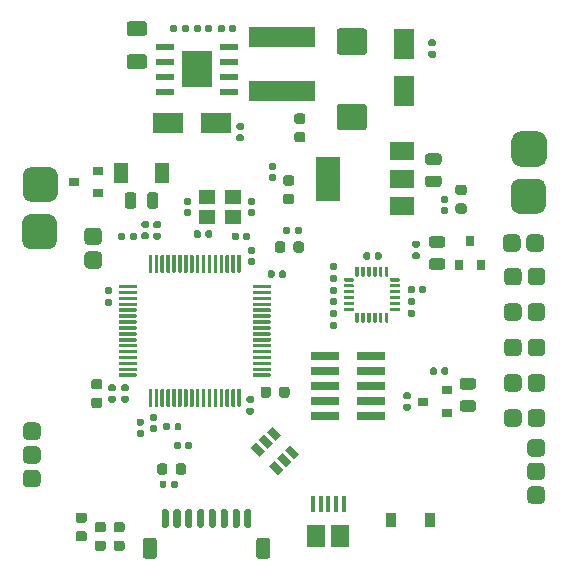
<source format=gbr>
%TF.GenerationSoftware,KiCad,Pcbnew,(5.1.6-0-10_14)*%
%TF.CreationDate,2020-11-09T18:58:44+11:00*%
%TF.ProjectId,spartan_mk1,73706172-7461-46e5-9f6d-6b312e6b6963,rev?*%
%TF.SameCoordinates,Original*%
%TF.FileFunction,Paste,Top*%
%TF.FilePolarity,Positive*%
%FSLAX46Y46*%
G04 Gerber Fmt 4.6, Leading zero omitted, Abs format (unit mm)*
G04 Created by KiCad (PCBNEW (5.1.6-0-10_14)) date 2020-11-09 18:58:44*
%MOMM*%
%LPD*%
G01*
G04 APERTURE LIST*
%ADD10R,1.500000X1.900000*%
%ADD11R,0.400000X1.350000*%
%ADD12R,2.400000X0.740000*%
%ADD13R,0.900000X1.200000*%
%ADD14R,1.300000X1.700000*%
%ADD15R,2.500000X1.800000*%
%ADD16R,1.800000X2.500000*%
%ADD17R,5.700000X1.700000*%
%ADD18R,0.800000X0.900000*%
%ADD19R,0.900000X0.800000*%
%ADD20C,0.100000*%
%ADD21R,2.600000X3.100000*%
%ADD22R,1.550000X0.600000*%
%ADD23R,1.400000X1.200000*%
%ADD24R,2.000000X1.500000*%
%ADD25R,2.000000X3.800000*%
G04 APERTURE END LIST*
D10*
%TO.C,J1*%
X79600000Y-95937500D03*
D11*
X77950000Y-93237500D03*
X77300000Y-93237500D03*
X79900000Y-93237500D03*
X79250000Y-93237500D03*
X78600000Y-93237500D03*
D10*
X77600000Y-95937500D03*
%TD*%
%TO.C,J15*%
G36*
G01*
X64100000Y-96349999D02*
X64100000Y-97650001D01*
G75*
G02*
X63850001Y-97900000I-249999J0D01*
G01*
X63149999Y-97900000D01*
G75*
G02*
X62900000Y-97650001I0J249999D01*
G01*
X62900000Y-96349999D01*
G75*
G02*
X63149999Y-96100000I249999J0D01*
G01*
X63850001Y-96100000D01*
G75*
G02*
X64100000Y-96349999I0J-249999D01*
G01*
G37*
G36*
G01*
X73700000Y-96349999D02*
X73700000Y-97650001D01*
G75*
G02*
X73450001Y-97900000I-249999J0D01*
G01*
X72749999Y-97900000D01*
G75*
G02*
X72500000Y-97650001I0J249999D01*
G01*
X72500000Y-96349999D01*
G75*
G02*
X72749999Y-96100000I249999J0D01*
G01*
X73450001Y-96100000D01*
G75*
G02*
X73700000Y-96349999I0J-249999D01*
G01*
G37*
G36*
G01*
X65100000Y-93850000D02*
X65100000Y-95100000D01*
G75*
G02*
X64950000Y-95250000I-150000J0D01*
G01*
X64650000Y-95250000D01*
G75*
G02*
X64500000Y-95100000I0J150000D01*
G01*
X64500000Y-93850000D01*
G75*
G02*
X64650000Y-93700000I150000J0D01*
G01*
X64950000Y-93700000D01*
G75*
G02*
X65100000Y-93850000I0J-150000D01*
G01*
G37*
G36*
G01*
X66100000Y-93850000D02*
X66100000Y-95100000D01*
G75*
G02*
X65950000Y-95250000I-150000J0D01*
G01*
X65650000Y-95250000D01*
G75*
G02*
X65500000Y-95100000I0J150000D01*
G01*
X65500000Y-93850000D01*
G75*
G02*
X65650000Y-93700000I150000J0D01*
G01*
X65950000Y-93700000D01*
G75*
G02*
X66100000Y-93850000I0J-150000D01*
G01*
G37*
G36*
G01*
X67100000Y-93850000D02*
X67100000Y-95100000D01*
G75*
G02*
X66950000Y-95250000I-150000J0D01*
G01*
X66650000Y-95250000D01*
G75*
G02*
X66500000Y-95100000I0J150000D01*
G01*
X66500000Y-93850000D01*
G75*
G02*
X66650000Y-93700000I150000J0D01*
G01*
X66950000Y-93700000D01*
G75*
G02*
X67100000Y-93850000I0J-150000D01*
G01*
G37*
G36*
G01*
X68100000Y-93850000D02*
X68100000Y-95100000D01*
G75*
G02*
X67950000Y-95250000I-150000J0D01*
G01*
X67650000Y-95250000D01*
G75*
G02*
X67500000Y-95100000I0J150000D01*
G01*
X67500000Y-93850000D01*
G75*
G02*
X67650000Y-93700000I150000J0D01*
G01*
X67950000Y-93700000D01*
G75*
G02*
X68100000Y-93850000I0J-150000D01*
G01*
G37*
G36*
G01*
X69100000Y-93850000D02*
X69100000Y-95100000D01*
G75*
G02*
X68950000Y-95250000I-150000J0D01*
G01*
X68650000Y-95250000D01*
G75*
G02*
X68500000Y-95100000I0J150000D01*
G01*
X68500000Y-93850000D01*
G75*
G02*
X68650000Y-93700000I150000J0D01*
G01*
X68950000Y-93700000D01*
G75*
G02*
X69100000Y-93850000I0J-150000D01*
G01*
G37*
G36*
G01*
X70100000Y-93850000D02*
X70100000Y-95100000D01*
G75*
G02*
X69950000Y-95250000I-150000J0D01*
G01*
X69650000Y-95250000D01*
G75*
G02*
X69500000Y-95100000I0J150000D01*
G01*
X69500000Y-93850000D01*
G75*
G02*
X69650000Y-93700000I150000J0D01*
G01*
X69950000Y-93700000D01*
G75*
G02*
X70100000Y-93850000I0J-150000D01*
G01*
G37*
G36*
G01*
X71100000Y-93850000D02*
X71100000Y-95100000D01*
G75*
G02*
X70950000Y-95250000I-150000J0D01*
G01*
X70650000Y-95250000D01*
G75*
G02*
X70500000Y-95100000I0J150000D01*
G01*
X70500000Y-93850000D01*
G75*
G02*
X70650000Y-93700000I150000J0D01*
G01*
X70950000Y-93700000D01*
G75*
G02*
X71100000Y-93850000I0J-150000D01*
G01*
G37*
G36*
G01*
X72100000Y-93850000D02*
X72100000Y-95100000D01*
G75*
G02*
X71950000Y-95250000I-150000J0D01*
G01*
X71650000Y-95250000D01*
G75*
G02*
X71500000Y-95100000I0J150000D01*
G01*
X71500000Y-93850000D01*
G75*
G02*
X71650000Y-93700000I150000J0D01*
G01*
X71950000Y-93700000D01*
G75*
G02*
X72100000Y-93850000I0J-150000D01*
G01*
G37*
%TD*%
%TO.C,C11*%
G36*
G01*
X64298500Y-70873000D02*
X63953500Y-70873000D01*
G75*
G02*
X63806000Y-70725500I0J147500D01*
G01*
X63806000Y-70430500D01*
G75*
G02*
X63953500Y-70283000I147500J0D01*
G01*
X64298500Y-70283000D01*
G75*
G02*
X64446000Y-70430500I0J-147500D01*
G01*
X64446000Y-70725500D01*
G75*
G02*
X64298500Y-70873000I-147500J0D01*
G01*
G37*
G36*
G01*
X64298500Y-69903000D02*
X63953500Y-69903000D01*
G75*
G02*
X63806000Y-69755500I0J147500D01*
G01*
X63806000Y-69460500D01*
G75*
G02*
X63953500Y-69313000I147500J0D01*
G01*
X64298500Y-69313000D01*
G75*
G02*
X64446000Y-69460500I0J-147500D01*
G01*
X64446000Y-69755500D01*
G75*
G02*
X64298500Y-69903000I-147500J0D01*
G01*
G37*
%TD*%
%TO.C,J11*%
G36*
G01*
X94113500Y-63950000D02*
X94113500Y-62450000D01*
G75*
G02*
X94863500Y-61700000I750000J0D01*
G01*
X96363500Y-61700000D01*
G75*
G02*
X97113500Y-62450000I0J-750000D01*
G01*
X97113500Y-63950000D01*
G75*
G02*
X96363500Y-64700000I-750000J0D01*
G01*
X94863500Y-64700000D01*
G75*
G02*
X94113500Y-63950000I0J750000D01*
G01*
G37*
G36*
G01*
X94050000Y-67950000D02*
X94050000Y-66450000D01*
G75*
G02*
X94800000Y-65700000I750000J0D01*
G01*
X96300000Y-65700000D01*
G75*
G02*
X97050000Y-66450000I0J-750000D01*
G01*
X97050000Y-67950000D01*
G75*
G02*
X96300000Y-68700000I-750000J0D01*
G01*
X94800000Y-68700000D01*
G75*
G02*
X94050000Y-67950000I0J750000D01*
G01*
G37*
%TD*%
D12*
%TO.C,J13*%
X78350000Y-80760000D03*
X82250000Y-80760000D03*
X78350000Y-82030000D03*
X82250000Y-82030000D03*
X78350000Y-83300000D03*
X82250000Y-83300000D03*
X78350000Y-84570000D03*
X82250000Y-84570000D03*
X78350000Y-85840000D03*
X82250000Y-85840000D03*
%TD*%
%TO.C,C24*%
G36*
G01*
X79574999Y-59375000D02*
X81625001Y-59375000D01*
G75*
G02*
X81875000Y-59624999I0J-249999D01*
G01*
X81875000Y-61375001D01*
G75*
G02*
X81625001Y-61625000I-249999J0D01*
G01*
X79574999Y-61625000D01*
G75*
G02*
X79325000Y-61375001I0J249999D01*
G01*
X79325000Y-59624999D01*
G75*
G02*
X79574999Y-59375000I249999J0D01*
G01*
G37*
G36*
G01*
X79574999Y-52975000D02*
X81625001Y-52975000D01*
G75*
G02*
X81875000Y-53224999I0J-249999D01*
G01*
X81875000Y-54975001D01*
G75*
G02*
X81625001Y-55225000I-249999J0D01*
G01*
X79574999Y-55225000D01*
G75*
G02*
X79325000Y-54975001I0J249999D01*
G01*
X79325000Y-53224999D01*
G75*
G02*
X79574999Y-52975000I249999J0D01*
G01*
G37*
%TD*%
D13*
%TO.C,D3*%
X83950000Y-94600000D03*
X87250000Y-94600000D03*
%TD*%
%TO.C,C1*%
G36*
G01*
X85477500Y-76790000D02*
X85822500Y-76790000D01*
G75*
G02*
X85970000Y-76937500I0J-147500D01*
G01*
X85970000Y-77232500D01*
G75*
G02*
X85822500Y-77380000I-147500J0D01*
G01*
X85477500Y-77380000D01*
G75*
G02*
X85330000Y-77232500I0J147500D01*
G01*
X85330000Y-76937500D01*
G75*
G02*
X85477500Y-76790000I147500J0D01*
G01*
G37*
G36*
G01*
X85477500Y-75820000D02*
X85822500Y-75820000D01*
G75*
G02*
X85970000Y-75967500I0J-147500D01*
G01*
X85970000Y-76262500D01*
G75*
G02*
X85822500Y-76410000I-147500J0D01*
G01*
X85477500Y-76410000D01*
G75*
G02*
X85330000Y-76262500I0J147500D01*
G01*
X85330000Y-75967500D01*
G75*
G02*
X85477500Y-75820000I147500J0D01*
G01*
G37*
%TD*%
%TO.C,C2*%
G36*
G01*
X83130000Y-72077500D02*
X83130000Y-72422500D01*
G75*
G02*
X82982500Y-72570000I-147500J0D01*
G01*
X82687500Y-72570000D01*
G75*
G02*
X82540000Y-72422500I0J147500D01*
G01*
X82540000Y-72077500D01*
G75*
G02*
X82687500Y-71930000I147500J0D01*
G01*
X82982500Y-71930000D01*
G75*
G02*
X83130000Y-72077500I0J-147500D01*
G01*
G37*
G36*
G01*
X82160000Y-72077500D02*
X82160000Y-72422500D01*
G75*
G02*
X82012500Y-72570000I-147500J0D01*
G01*
X81717500Y-72570000D01*
G75*
G02*
X81570000Y-72422500I0J147500D01*
G01*
X81570000Y-72077500D01*
G75*
G02*
X81717500Y-71930000I147500J0D01*
G01*
X82012500Y-71930000D01*
G75*
G02*
X82160000Y-72077500I0J-147500D01*
G01*
G37*
%TD*%
%TO.C,C3*%
G36*
G01*
X86884000Y-74927500D02*
X86884000Y-75272500D01*
G75*
G02*
X86736500Y-75420000I-147500J0D01*
G01*
X86441500Y-75420000D01*
G75*
G02*
X86294000Y-75272500I0J147500D01*
G01*
X86294000Y-74927500D01*
G75*
G02*
X86441500Y-74780000I147500J0D01*
G01*
X86736500Y-74780000D01*
G75*
G02*
X86884000Y-74927500I0J-147500D01*
G01*
G37*
G36*
G01*
X85914000Y-74927500D02*
X85914000Y-75272500D01*
G75*
G02*
X85766500Y-75420000I-147500J0D01*
G01*
X85471500Y-75420000D01*
G75*
G02*
X85324000Y-75272500I0J147500D01*
G01*
X85324000Y-74927500D01*
G75*
G02*
X85471500Y-74780000I147500J0D01*
G01*
X85766500Y-74780000D01*
G75*
G02*
X85914000Y-74927500I0J-147500D01*
G01*
G37*
%TD*%
%TO.C,C4*%
G36*
G01*
X78877500Y-73840000D02*
X79222500Y-73840000D01*
G75*
G02*
X79370000Y-73987500I0J-147500D01*
G01*
X79370000Y-74282500D01*
G75*
G02*
X79222500Y-74430000I-147500J0D01*
G01*
X78877500Y-74430000D01*
G75*
G02*
X78730000Y-74282500I0J147500D01*
G01*
X78730000Y-73987500D01*
G75*
G02*
X78877500Y-73840000I147500J0D01*
G01*
G37*
G36*
G01*
X78877500Y-72870000D02*
X79222500Y-72870000D01*
G75*
G02*
X79370000Y-73017500I0J-147500D01*
G01*
X79370000Y-73312500D01*
G75*
G02*
X79222500Y-73460000I-147500J0D01*
G01*
X78877500Y-73460000D01*
G75*
G02*
X78730000Y-73312500I0J147500D01*
G01*
X78730000Y-73017500D01*
G75*
G02*
X78877500Y-72870000I147500J0D01*
G01*
G37*
%TD*%
%TO.C,C5*%
G36*
G01*
X71927500Y-68290000D02*
X72272500Y-68290000D01*
G75*
G02*
X72420000Y-68437500I0J-147500D01*
G01*
X72420000Y-68732500D01*
G75*
G02*
X72272500Y-68880000I-147500J0D01*
G01*
X71927500Y-68880000D01*
G75*
G02*
X71780000Y-68732500I0J147500D01*
G01*
X71780000Y-68437500D01*
G75*
G02*
X71927500Y-68290000I147500J0D01*
G01*
G37*
G36*
G01*
X71927500Y-67320000D02*
X72272500Y-67320000D01*
G75*
G02*
X72420000Y-67467500I0J-147500D01*
G01*
X72420000Y-67762500D01*
G75*
G02*
X72272500Y-67910000I-147500J0D01*
G01*
X71927500Y-67910000D01*
G75*
G02*
X71780000Y-67762500I0J147500D01*
G01*
X71780000Y-67467500D01*
G75*
G02*
X71927500Y-67320000I147500J0D01*
G01*
G37*
%TD*%
%TO.C,C6*%
G36*
G01*
X66872500Y-68880000D02*
X66527500Y-68880000D01*
G75*
G02*
X66380000Y-68732500I0J147500D01*
G01*
X66380000Y-68437500D01*
G75*
G02*
X66527500Y-68290000I147500J0D01*
G01*
X66872500Y-68290000D01*
G75*
G02*
X67020000Y-68437500I0J-147500D01*
G01*
X67020000Y-68732500D01*
G75*
G02*
X66872500Y-68880000I-147500J0D01*
G01*
G37*
G36*
G01*
X66872500Y-67910000D02*
X66527500Y-67910000D01*
G75*
G02*
X66380000Y-67762500I0J147500D01*
G01*
X66380000Y-67467500D01*
G75*
G02*
X66527500Y-67320000I147500J0D01*
G01*
X66872500Y-67320000D01*
G75*
G02*
X67020000Y-67467500I0J-147500D01*
G01*
X67020000Y-67762500D01*
G75*
G02*
X66872500Y-67910000I-147500J0D01*
G01*
G37*
%TD*%
%TO.C,C9*%
G36*
G01*
X60127500Y-83120000D02*
X60472500Y-83120000D01*
G75*
G02*
X60620000Y-83267500I0J-147500D01*
G01*
X60620000Y-83562500D01*
G75*
G02*
X60472500Y-83710000I-147500J0D01*
G01*
X60127500Y-83710000D01*
G75*
G02*
X59980000Y-83562500I0J147500D01*
G01*
X59980000Y-83267500D01*
G75*
G02*
X60127500Y-83120000I147500J0D01*
G01*
G37*
G36*
G01*
X60127500Y-84090000D02*
X60472500Y-84090000D01*
G75*
G02*
X60620000Y-84237500I0J-147500D01*
G01*
X60620000Y-84532500D01*
G75*
G02*
X60472500Y-84680000I-147500J0D01*
G01*
X60127500Y-84680000D01*
G75*
G02*
X59980000Y-84532500I0J147500D01*
G01*
X59980000Y-84237500D01*
G75*
G02*
X60127500Y-84090000I147500J0D01*
G01*
G37*
%TD*%
%TO.C,C10*%
G36*
G01*
X61227500Y-84090000D02*
X61572500Y-84090000D01*
G75*
G02*
X61720000Y-84237500I0J-147500D01*
G01*
X61720000Y-84532500D01*
G75*
G02*
X61572500Y-84680000I-147500J0D01*
G01*
X61227500Y-84680000D01*
G75*
G02*
X61080000Y-84532500I0J147500D01*
G01*
X61080000Y-84237500D01*
G75*
G02*
X61227500Y-84090000I147500J0D01*
G01*
G37*
G36*
G01*
X61227500Y-83120000D02*
X61572500Y-83120000D01*
G75*
G02*
X61720000Y-83267500I0J-147500D01*
G01*
X61720000Y-83562500D01*
G75*
G02*
X61572500Y-83710000I-147500J0D01*
G01*
X61227500Y-83710000D01*
G75*
G02*
X61080000Y-83562500I0J147500D01*
G01*
X61080000Y-83267500D01*
G75*
G02*
X61227500Y-83120000I147500J0D01*
G01*
G37*
%TD*%
%TO.C,C12*%
G36*
G01*
X72279553Y-73022947D02*
X71934553Y-73022947D01*
G75*
G02*
X71787053Y-72875447I0J147500D01*
G01*
X71787053Y-72580447D01*
G75*
G02*
X71934553Y-72432947I147500J0D01*
G01*
X72279553Y-72432947D01*
G75*
G02*
X72427053Y-72580447I0J-147500D01*
G01*
X72427053Y-72875447D01*
G75*
G02*
X72279553Y-73022947I-147500J0D01*
G01*
G37*
G36*
G01*
X72279553Y-72052947D02*
X71934553Y-72052947D01*
G75*
G02*
X71787053Y-71905447I0J147500D01*
G01*
X71787053Y-71610447D01*
G75*
G02*
X71934553Y-71462947I147500J0D01*
G01*
X72279553Y-71462947D01*
G75*
G02*
X72427053Y-71610447I0J-147500D01*
G01*
X72427053Y-71905447D01*
G75*
G02*
X72279553Y-72052947I-147500J0D01*
G01*
G37*
%TD*%
%TO.C,C13*%
G36*
G01*
X63282500Y-70850000D02*
X62937500Y-70850000D01*
G75*
G02*
X62790000Y-70702500I0J147500D01*
G01*
X62790000Y-70407500D01*
G75*
G02*
X62937500Y-70260000I147500J0D01*
G01*
X63282500Y-70260000D01*
G75*
G02*
X63430000Y-70407500I0J-147500D01*
G01*
X63430000Y-70702500D01*
G75*
G02*
X63282500Y-70850000I-147500J0D01*
G01*
G37*
G36*
G01*
X63282500Y-69880000D02*
X62937500Y-69880000D01*
G75*
G02*
X62790000Y-69732500I0J147500D01*
G01*
X62790000Y-69437500D01*
G75*
G02*
X62937500Y-69290000I147500J0D01*
G01*
X63282500Y-69290000D01*
G75*
G02*
X63430000Y-69437500I0J-147500D01*
G01*
X63430000Y-69732500D01*
G75*
G02*
X63282500Y-69880000I-147500J0D01*
G01*
G37*
%TD*%
%TO.C,C14*%
G36*
G01*
X71827500Y-85090000D02*
X72172500Y-85090000D01*
G75*
G02*
X72320000Y-85237500I0J-147500D01*
G01*
X72320000Y-85532500D01*
G75*
G02*
X72172500Y-85680000I-147500J0D01*
G01*
X71827500Y-85680000D01*
G75*
G02*
X71680000Y-85532500I0J147500D01*
G01*
X71680000Y-85237500D01*
G75*
G02*
X71827500Y-85090000I147500J0D01*
G01*
G37*
G36*
G01*
X71827500Y-84120000D02*
X72172500Y-84120000D01*
G75*
G02*
X72320000Y-84267500I0J-147500D01*
G01*
X72320000Y-84562500D01*
G75*
G02*
X72172500Y-84710000I-147500J0D01*
G01*
X71827500Y-84710000D01*
G75*
G02*
X71680000Y-84562500I0J147500D01*
G01*
X71680000Y-84267500D01*
G75*
G02*
X71827500Y-84120000I147500J0D01*
G01*
G37*
%TD*%
%TO.C,C15*%
G36*
G01*
X60172500Y-76480000D02*
X59827500Y-76480000D01*
G75*
G02*
X59680000Y-76332500I0J147500D01*
G01*
X59680000Y-76037500D01*
G75*
G02*
X59827500Y-75890000I147500J0D01*
G01*
X60172500Y-75890000D01*
G75*
G02*
X60320000Y-76037500I0J-147500D01*
G01*
X60320000Y-76332500D01*
G75*
G02*
X60172500Y-76480000I-147500J0D01*
G01*
G37*
G36*
G01*
X60172500Y-75510000D02*
X59827500Y-75510000D01*
G75*
G02*
X59680000Y-75362500I0J147500D01*
G01*
X59680000Y-75067500D01*
G75*
G02*
X59827500Y-74920000I147500J0D01*
G01*
X60172500Y-74920000D01*
G75*
G02*
X60320000Y-75067500I0J-147500D01*
G01*
X60320000Y-75362500D01*
G75*
G02*
X60172500Y-75510000I-147500J0D01*
G01*
G37*
%TD*%
%TO.C,C16*%
G36*
G01*
X74440000Y-73972500D02*
X74440000Y-73627500D01*
G75*
G02*
X74587500Y-73480000I147500J0D01*
G01*
X74882500Y-73480000D01*
G75*
G02*
X75030000Y-73627500I0J-147500D01*
G01*
X75030000Y-73972500D01*
G75*
G02*
X74882500Y-74120000I-147500J0D01*
G01*
X74587500Y-74120000D01*
G75*
G02*
X74440000Y-73972500I0J147500D01*
G01*
G37*
G36*
G01*
X73470000Y-73972500D02*
X73470000Y-73627500D01*
G75*
G02*
X73617500Y-73480000I147500J0D01*
G01*
X73912500Y-73480000D01*
G75*
G02*
X74060000Y-73627500I0J-147500D01*
G01*
X74060000Y-73972500D01*
G75*
G02*
X73912500Y-74120000I-147500J0D01*
G01*
X73617500Y-74120000D01*
G75*
G02*
X73470000Y-73972500I0J147500D01*
G01*
G37*
%TD*%
%TO.C,C18*%
G36*
G01*
X61156250Y-95650000D02*
X60643750Y-95650000D01*
G75*
G02*
X60425000Y-95431250I0J218750D01*
G01*
X60425000Y-94993750D01*
G75*
G02*
X60643750Y-94775000I218750J0D01*
G01*
X61156250Y-94775000D01*
G75*
G02*
X61375000Y-94993750I0J-218750D01*
G01*
X61375000Y-95431250D01*
G75*
G02*
X61156250Y-95650000I-218750J0D01*
G01*
G37*
G36*
G01*
X61156250Y-97225000D02*
X60643750Y-97225000D01*
G75*
G02*
X60425000Y-97006250I0J218750D01*
G01*
X60425000Y-96568750D01*
G75*
G02*
X60643750Y-96350000I218750J0D01*
G01*
X61156250Y-96350000D01*
G75*
G02*
X61375000Y-96568750I0J-218750D01*
G01*
X61375000Y-97006250D01*
G75*
G02*
X61156250Y-97225000I-218750J0D01*
G01*
G37*
%TD*%
%TO.C,C19*%
G36*
G01*
X87043750Y-65450000D02*
X87956250Y-65450000D01*
G75*
G02*
X88200000Y-65693750I0J-243750D01*
G01*
X88200000Y-66181250D01*
G75*
G02*
X87956250Y-66425000I-243750J0D01*
G01*
X87043750Y-66425000D01*
G75*
G02*
X86800000Y-66181250I0J243750D01*
G01*
X86800000Y-65693750D01*
G75*
G02*
X87043750Y-65450000I243750J0D01*
G01*
G37*
G36*
G01*
X87043750Y-63575000D02*
X87956250Y-63575000D01*
G75*
G02*
X88200000Y-63818750I0J-243750D01*
G01*
X88200000Y-64306250D01*
G75*
G02*
X87956250Y-64550000I-243750J0D01*
G01*
X87043750Y-64550000D01*
G75*
G02*
X86800000Y-64306250I0J243750D01*
G01*
X86800000Y-63818750D01*
G75*
G02*
X87043750Y-63575000I243750J0D01*
G01*
G37*
%TD*%
%TO.C,C20*%
G36*
G01*
X63025000Y-56425000D02*
X61775000Y-56425000D01*
G75*
G02*
X61525000Y-56175000I0J250000D01*
G01*
X61525000Y-55425000D01*
G75*
G02*
X61775000Y-55175000I250000J0D01*
G01*
X63025000Y-55175000D01*
G75*
G02*
X63275000Y-55425000I0J-250000D01*
G01*
X63275000Y-56175000D01*
G75*
G02*
X63025000Y-56425000I-250000J0D01*
G01*
G37*
G36*
G01*
X63025000Y-53625000D02*
X61775000Y-53625000D01*
G75*
G02*
X61525000Y-53375000I0J250000D01*
G01*
X61525000Y-52625000D01*
G75*
G02*
X61775000Y-52375000I250000J0D01*
G01*
X63025000Y-52375000D01*
G75*
G02*
X63275000Y-52625000I0J-250000D01*
G01*
X63275000Y-53375000D01*
G75*
G02*
X63025000Y-53625000I-250000J0D01*
G01*
G37*
%TD*%
%TO.C,C22*%
G36*
G01*
X76456250Y-62637500D02*
X75943750Y-62637500D01*
G75*
G02*
X75725000Y-62418750I0J218750D01*
G01*
X75725000Y-61981250D01*
G75*
G02*
X75943750Y-61762500I218750J0D01*
G01*
X76456250Y-61762500D01*
G75*
G02*
X76675000Y-61981250I0J-218750D01*
G01*
X76675000Y-62418750D01*
G75*
G02*
X76456250Y-62637500I-218750J0D01*
G01*
G37*
G36*
G01*
X76456250Y-61062500D02*
X75943750Y-61062500D01*
G75*
G02*
X75725000Y-60843750I0J218750D01*
G01*
X75725000Y-60406250D01*
G75*
G02*
X75943750Y-60187500I218750J0D01*
G01*
X76456250Y-60187500D01*
G75*
G02*
X76675000Y-60406250I0J-218750D01*
G01*
X76675000Y-60843750D01*
G75*
G02*
X76456250Y-61062500I-218750J0D01*
G01*
G37*
%TD*%
%TO.C,C23*%
G36*
G01*
X70971500Y-61960000D02*
X71316500Y-61960000D01*
G75*
G02*
X71464000Y-62107500I0J-147500D01*
G01*
X71464000Y-62402500D01*
G75*
G02*
X71316500Y-62550000I-147500J0D01*
G01*
X70971500Y-62550000D01*
G75*
G02*
X70824000Y-62402500I0J147500D01*
G01*
X70824000Y-62107500D01*
G75*
G02*
X70971500Y-61960000I147500J0D01*
G01*
G37*
G36*
G01*
X70971500Y-60990000D02*
X71316500Y-60990000D01*
G75*
G02*
X71464000Y-61137500I0J-147500D01*
G01*
X71464000Y-61432500D01*
G75*
G02*
X71316500Y-61580000I-147500J0D01*
G01*
X70971500Y-61580000D01*
G75*
G02*
X70824000Y-61432500I0J147500D01*
G01*
X70824000Y-61137500D01*
G75*
G02*
X70971500Y-60990000I147500J0D01*
G01*
G37*
%TD*%
%TO.C,D1*%
G36*
G01*
X90106250Y-68675000D02*
X89593750Y-68675000D01*
G75*
G02*
X89375000Y-68456250I0J218750D01*
G01*
X89375000Y-68018750D01*
G75*
G02*
X89593750Y-67800000I218750J0D01*
G01*
X90106250Y-67800000D01*
G75*
G02*
X90325000Y-68018750I0J-218750D01*
G01*
X90325000Y-68456250D01*
G75*
G02*
X90106250Y-68675000I-218750J0D01*
G01*
G37*
G36*
G01*
X90106250Y-67100000D02*
X89593750Y-67100000D01*
G75*
G02*
X89375000Y-66881250I0J218750D01*
G01*
X89375000Y-66443750D01*
G75*
G02*
X89593750Y-66225000I218750J0D01*
G01*
X90106250Y-66225000D01*
G75*
G02*
X90325000Y-66443750I0J-218750D01*
G01*
X90325000Y-66881250D01*
G75*
G02*
X90106250Y-67100000I-218750J0D01*
G01*
G37*
%TD*%
%TO.C,D2*%
G36*
G01*
X75506250Y-66300000D02*
X74993750Y-66300000D01*
G75*
G02*
X74775000Y-66081250I0J218750D01*
G01*
X74775000Y-65643750D01*
G75*
G02*
X74993750Y-65425000I218750J0D01*
G01*
X75506250Y-65425000D01*
G75*
G02*
X75725000Y-65643750I0J-218750D01*
G01*
X75725000Y-66081250D01*
G75*
G02*
X75506250Y-66300000I-218750J0D01*
G01*
G37*
G36*
G01*
X75506250Y-67875000D02*
X74993750Y-67875000D01*
G75*
G02*
X74775000Y-67656250I0J218750D01*
G01*
X74775000Y-67218750D01*
G75*
G02*
X74993750Y-67000000I218750J0D01*
G01*
X75506250Y-67000000D01*
G75*
G02*
X75725000Y-67218750I0J-218750D01*
G01*
X75725000Y-67656250D01*
G75*
G02*
X75506250Y-67875000I-218750J0D01*
G01*
G37*
%TD*%
D14*
%TO.C,D4*%
X61050000Y-65200000D03*
X64550000Y-65200000D03*
%TD*%
D15*
%TO.C,D5*%
X65080000Y-61008000D03*
X69080000Y-61008000D03*
%TD*%
D16*
%TO.C,D6*%
X85000000Y-58300000D03*
X85000000Y-54300000D03*
%TD*%
%TO.C,L1*%
G36*
G01*
X60820000Y-70772500D02*
X60820000Y-70427500D01*
G75*
G02*
X60967500Y-70280000I147500J0D01*
G01*
X61262500Y-70280000D01*
G75*
G02*
X61410000Y-70427500I0J-147500D01*
G01*
X61410000Y-70772500D01*
G75*
G02*
X61262500Y-70920000I-147500J0D01*
G01*
X60967500Y-70920000D01*
G75*
G02*
X60820000Y-70772500I0J147500D01*
G01*
G37*
G36*
G01*
X61790000Y-70772500D02*
X61790000Y-70427500D01*
G75*
G02*
X61937500Y-70280000I147500J0D01*
G01*
X62232500Y-70280000D01*
G75*
G02*
X62380000Y-70427500I0J-147500D01*
G01*
X62380000Y-70772500D01*
G75*
G02*
X62232500Y-70920000I-147500J0D01*
G01*
X61937500Y-70920000D01*
G75*
G02*
X61790000Y-70772500I0J147500D01*
G01*
G37*
%TD*%
D17*
%TO.C,L2*%
X74700000Y-53750000D03*
X74700000Y-58250000D03*
%TD*%
D18*
%TO.C,Q1*%
X89667000Y-73000500D03*
X91567000Y-73000500D03*
X90617000Y-71000500D03*
%TD*%
D19*
%TO.C,Q2*%
X88630000Y-85532000D03*
X88630000Y-83632000D03*
X86630000Y-84582000D03*
%TD*%
%TO.C,Q3*%
X57100000Y-66000000D03*
X59100000Y-65050000D03*
X59100000Y-66950000D03*
%TD*%
%TO.C,R1*%
G36*
G01*
X78877500Y-77840000D02*
X79222500Y-77840000D01*
G75*
G02*
X79370000Y-77987500I0J-147500D01*
G01*
X79370000Y-78282500D01*
G75*
G02*
X79222500Y-78430000I-147500J0D01*
G01*
X78877500Y-78430000D01*
G75*
G02*
X78730000Y-78282500I0J147500D01*
G01*
X78730000Y-77987500D01*
G75*
G02*
X78877500Y-77840000I147500J0D01*
G01*
G37*
G36*
G01*
X78877500Y-76870000D02*
X79222500Y-76870000D01*
G75*
G02*
X79370000Y-77017500I0J-147500D01*
G01*
X79370000Y-77312500D01*
G75*
G02*
X79222500Y-77460000I-147500J0D01*
G01*
X78877500Y-77460000D01*
G75*
G02*
X78730000Y-77312500I0J147500D01*
G01*
X78730000Y-77017500D01*
G75*
G02*
X78877500Y-76870000I147500J0D01*
G01*
G37*
%TD*%
%TO.C,R2*%
G36*
G01*
X79222500Y-75460000D02*
X78877500Y-75460000D01*
G75*
G02*
X78730000Y-75312500I0J147500D01*
G01*
X78730000Y-75017500D01*
G75*
G02*
X78877500Y-74870000I147500J0D01*
G01*
X79222500Y-74870000D01*
G75*
G02*
X79370000Y-75017500I0J-147500D01*
G01*
X79370000Y-75312500D01*
G75*
G02*
X79222500Y-75460000I-147500J0D01*
G01*
G37*
G36*
G01*
X79222500Y-76430000D02*
X78877500Y-76430000D01*
G75*
G02*
X78730000Y-76282500I0J147500D01*
G01*
X78730000Y-75987500D01*
G75*
G02*
X78877500Y-75840000I147500J0D01*
G01*
X79222500Y-75840000D01*
G75*
G02*
X79370000Y-75987500I0J-147500D01*
G01*
X79370000Y-76282500D01*
G75*
G02*
X79222500Y-76430000I-147500J0D01*
G01*
G37*
%TD*%
%TO.C,R5*%
G36*
G01*
X85872500Y-70966500D02*
X86217500Y-70966500D01*
G75*
G02*
X86365000Y-71114000I0J-147500D01*
G01*
X86365000Y-71409000D01*
G75*
G02*
X86217500Y-71556500I-147500J0D01*
G01*
X85872500Y-71556500D01*
G75*
G02*
X85725000Y-71409000I0J147500D01*
G01*
X85725000Y-71114000D01*
G75*
G02*
X85872500Y-70966500I147500J0D01*
G01*
G37*
G36*
G01*
X85872500Y-71936500D02*
X86217500Y-71936500D01*
G75*
G02*
X86365000Y-72084000I0J-147500D01*
G01*
X86365000Y-72379000D01*
G75*
G02*
X86217500Y-72526500I-147500J0D01*
G01*
X85872500Y-72526500D01*
G75*
G02*
X85725000Y-72379000I0J147500D01*
G01*
X85725000Y-72084000D01*
G75*
G02*
X85872500Y-71936500I147500J0D01*
G01*
G37*
%TD*%
%TO.C,R6*%
G36*
G01*
X88279250Y-73425500D02*
X87366750Y-73425500D01*
G75*
G02*
X87123000Y-73181750I0J243750D01*
G01*
X87123000Y-72694250D01*
G75*
G02*
X87366750Y-72450500I243750J0D01*
G01*
X88279250Y-72450500D01*
G75*
G02*
X88523000Y-72694250I0J-243750D01*
G01*
X88523000Y-73181750D01*
G75*
G02*
X88279250Y-73425500I-243750J0D01*
G01*
G37*
G36*
G01*
X88279250Y-71550500D02*
X87366750Y-71550500D01*
G75*
G02*
X87123000Y-71306750I0J243750D01*
G01*
X87123000Y-70819250D01*
G75*
G02*
X87366750Y-70575500I243750J0D01*
G01*
X88279250Y-70575500D01*
G75*
G02*
X88523000Y-70819250I0J-243750D01*
G01*
X88523000Y-71306750D01*
G75*
G02*
X88279250Y-71550500I-243750J0D01*
G01*
G37*
%TD*%
%TO.C,R9*%
G36*
G01*
X87810000Y-81827500D02*
X87810000Y-82172500D01*
G75*
G02*
X87662500Y-82320000I-147500J0D01*
G01*
X87367500Y-82320000D01*
G75*
G02*
X87220000Y-82172500I0J147500D01*
G01*
X87220000Y-81827500D01*
G75*
G02*
X87367500Y-81680000I147500J0D01*
G01*
X87662500Y-81680000D01*
G75*
G02*
X87810000Y-81827500I0J-147500D01*
G01*
G37*
G36*
G01*
X88780000Y-81827500D02*
X88780000Y-82172500D01*
G75*
G02*
X88632500Y-82320000I-147500J0D01*
G01*
X88337500Y-82320000D01*
G75*
G02*
X88190000Y-82172500I0J147500D01*
G01*
X88190000Y-81827500D01*
G75*
G02*
X88337500Y-81680000I147500J0D01*
G01*
X88632500Y-81680000D01*
G75*
G02*
X88780000Y-81827500I0J-147500D01*
G01*
G37*
%TD*%
%TO.C,R10*%
G36*
G01*
X90880250Y-83560500D02*
X89967750Y-83560500D01*
G75*
G02*
X89724000Y-83316750I0J243750D01*
G01*
X89724000Y-82829250D01*
G75*
G02*
X89967750Y-82585500I243750J0D01*
G01*
X90880250Y-82585500D01*
G75*
G02*
X91124000Y-82829250I0J-243750D01*
G01*
X91124000Y-83316750D01*
G75*
G02*
X90880250Y-83560500I-243750J0D01*
G01*
G37*
G36*
G01*
X90880250Y-85435500D02*
X89967750Y-85435500D01*
G75*
G02*
X89724000Y-85191750I0J243750D01*
G01*
X89724000Y-84704250D01*
G75*
G02*
X89967750Y-84460500I243750J0D01*
G01*
X90880250Y-84460500D01*
G75*
G02*
X91124000Y-84704250I0J-243750D01*
G01*
X91124000Y-85191750D01*
G75*
G02*
X90880250Y-85435500I-243750J0D01*
G01*
G37*
%TD*%
%TO.C,R11*%
G36*
G01*
X85108000Y-83802000D02*
X85453000Y-83802000D01*
G75*
G02*
X85600500Y-83949500I0J-147500D01*
G01*
X85600500Y-84244500D01*
G75*
G02*
X85453000Y-84392000I-147500J0D01*
G01*
X85108000Y-84392000D01*
G75*
G02*
X84960500Y-84244500I0J147500D01*
G01*
X84960500Y-83949500D01*
G75*
G02*
X85108000Y-83802000I147500J0D01*
G01*
G37*
G36*
G01*
X85108000Y-84772000D02*
X85453000Y-84772000D01*
G75*
G02*
X85600500Y-84919500I0J-147500D01*
G01*
X85600500Y-85214500D01*
G75*
G02*
X85453000Y-85362000I-147500J0D01*
G01*
X85108000Y-85362000D01*
G75*
G02*
X84960500Y-85214500I0J147500D01*
G01*
X84960500Y-84919500D01*
G75*
G02*
X85108000Y-84772000I147500J0D01*
G01*
G37*
%TD*%
%TO.C,R12*%
G36*
G01*
X87572500Y-54510000D02*
X87227500Y-54510000D01*
G75*
G02*
X87080000Y-54362500I0J147500D01*
G01*
X87080000Y-54067500D01*
G75*
G02*
X87227500Y-53920000I147500J0D01*
G01*
X87572500Y-53920000D01*
G75*
G02*
X87720000Y-54067500I0J-147500D01*
G01*
X87720000Y-54362500D01*
G75*
G02*
X87572500Y-54510000I-147500J0D01*
G01*
G37*
G36*
G01*
X87572500Y-55480000D02*
X87227500Y-55480000D01*
G75*
G02*
X87080000Y-55332500I0J147500D01*
G01*
X87080000Y-55037500D01*
G75*
G02*
X87227500Y-54890000I147500J0D01*
G01*
X87572500Y-54890000D01*
G75*
G02*
X87720000Y-55037500I0J-147500D01*
G01*
X87720000Y-55332500D01*
G75*
G02*
X87572500Y-55480000I-147500J0D01*
G01*
G37*
%TD*%
%TO.C,R14*%
G36*
G01*
X65520000Y-88472500D02*
X65520000Y-88127500D01*
G75*
G02*
X65667500Y-87980000I147500J0D01*
G01*
X65962500Y-87980000D01*
G75*
G02*
X66110000Y-88127500I0J-147500D01*
G01*
X66110000Y-88472500D01*
G75*
G02*
X65962500Y-88620000I-147500J0D01*
G01*
X65667500Y-88620000D01*
G75*
G02*
X65520000Y-88472500I0J147500D01*
G01*
G37*
G36*
G01*
X66490000Y-88472500D02*
X66490000Y-88127500D01*
G75*
G02*
X66637500Y-87980000I147500J0D01*
G01*
X66932500Y-87980000D01*
G75*
G02*
X67080000Y-88127500I0J-147500D01*
G01*
X67080000Y-88472500D01*
G75*
G02*
X66932500Y-88620000I-147500J0D01*
G01*
X66637500Y-88620000D01*
G75*
G02*
X66490000Y-88472500I0J147500D01*
G01*
G37*
%TD*%
%TO.C,R18*%
G36*
G01*
X62527500Y-86990000D02*
X62872500Y-86990000D01*
G75*
G02*
X63020000Y-87137500I0J-147500D01*
G01*
X63020000Y-87432500D01*
G75*
G02*
X62872500Y-87580000I-147500J0D01*
G01*
X62527500Y-87580000D01*
G75*
G02*
X62380000Y-87432500I0J147500D01*
G01*
X62380000Y-87137500D01*
G75*
G02*
X62527500Y-86990000I147500J0D01*
G01*
G37*
G36*
G01*
X62527500Y-86020000D02*
X62872500Y-86020000D01*
G75*
G02*
X63020000Y-86167500I0J-147500D01*
G01*
X63020000Y-86462500D01*
G75*
G02*
X62872500Y-86610000I-147500J0D01*
G01*
X62527500Y-86610000D01*
G75*
G02*
X62380000Y-86462500I0J147500D01*
G01*
X62380000Y-86167500D01*
G75*
G02*
X62527500Y-86020000I147500J0D01*
G01*
G37*
%TD*%
%TO.C,R20*%
G36*
G01*
X63627500Y-85620000D02*
X63972500Y-85620000D01*
G75*
G02*
X64120000Y-85767500I0J-147500D01*
G01*
X64120000Y-86062500D01*
G75*
G02*
X63972500Y-86210000I-147500J0D01*
G01*
X63627500Y-86210000D01*
G75*
G02*
X63480000Y-86062500I0J147500D01*
G01*
X63480000Y-85767500D01*
G75*
G02*
X63627500Y-85620000I147500J0D01*
G01*
G37*
G36*
G01*
X63627500Y-86590000D02*
X63972500Y-86590000D01*
G75*
G02*
X64120000Y-86737500I0J-147500D01*
G01*
X64120000Y-87032500D01*
G75*
G02*
X63972500Y-87180000I-147500J0D01*
G01*
X63627500Y-87180000D01*
G75*
G02*
X63480000Y-87032500I0J147500D01*
G01*
X63480000Y-86737500D01*
G75*
G02*
X63627500Y-86590000I147500J0D01*
G01*
G37*
%TD*%
%TO.C,R21*%
G36*
G01*
X65590000Y-86872500D02*
X65590000Y-86527500D01*
G75*
G02*
X65737500Y-86380000I147500J0D01*
G01*
X66032500Y-86380000D01*
G75*
G02*
X66180000Y-86527500I0J-147500D01*
G01*
X66180000Y-86872500D01*
G75*
G02*
X66032500Y-87020000I-147500J0D01*
G01*
X65737500Y-87020000D01*
G75*
G02*
X65590000Y-86872500I0J147500D01*
G01*
G37*
G36*
G01*
X64620000Y-86872500D02*
X64620000Y-86527500D01*
G75*
G02*
X64767500Y-86380000I147500J0D01*
G01*
X65062500Y-86380000D01*
G75*
G02*
X65210000Y-86527500I0J-147500D01*
G01*
X65210000Y-86872500D01*
G75*
G02*
X65062500Y-87020000I-147500J0D01*
G01*
X64767500Y-87020000D01*
G75*
G02*
X64620000Y-86872500I0J147500D01*
G01*
G37*
%TD*%
%TO.C,R22*%
G36*
G01*
X59043750Y-94775000D02*
X59556250Y-94775000D01*
G75*
G02*
X59775000Y-94993750I0J-218750D01*
G01*
X59775000Y-95431250D01*
G75*
G02*
X59556250Y-95650000I-218750J0D01*
G01*
X59043750Y-95650000D01*
G75*
G02*
X58825000Y-95431250I0J218750D01*
G01*
X58825000Y-94993750D01*
G75*
G02*
X59043750Y-94775000I218750J0D01*
G01*
G37*
G36*
G01*
X59043750Y-96350000D02*
X59556250Y-96350000D01*
G75*
G02*
X59775000Y-96568750I0J-218750D01*
G01*
X59775000Y-97006250D01*
G75*
G02*
X59556250Y-97225000I-218750J0D01*
G01*
X59043750Y-97225000D01*
G75*
G02*
X58825000Y-97006250I0J218750D01*
G01*
X58825000Y-96568750D01*
G75*
G02*
X59043750Y-96350000I218750J0D01*
G01*
G37*
%TD*%
%TO.C,R23*%
G36*
G01*
X57956250Y-94850000D02*
X57443750Y-94850000D01*
G75*
G02*
X57225000Y-94631250I0J218750D01*
G01*
X57225000Y-94193750D01*
G75*
G02*
X57443750Y-93975000I218750J0D01*
G01*
X57956250Y-93975000D01*
G75*
G02*
X58175000Y-94193750I0J-218750D01*
G01*
X58175000Y-94631250D01*
G75*
G02*
X57956250Y-94850000I-218750J0D01*
G01*
G37*
G36*
G01*
X57956250Y-96425000D02*
X57443750Y-96425000D01*
G75*
G02*
X57225000Y-96206250I0J218750D01*
G01*
X57225000Y-95768750D01*
G75*
G02*
X57443750Y-95550000I218750J0D01*
G01*
X57956250Y-95550000D01*
G75*
G02*
X58175000Y-95768750I0J-218750D01*
G01*
X58175000Y-96206250D01*
G75*
G02*
X57956250Y-96425000I-218750J0D01*
G01*
G37*
%TD*%
%TO.C,R24*%
G36*
G01*
X88622500Y-67760000D02*
X88277500Y-67760000D01*
G75*
G02*
X88130000Y-67612500I0J147500D01*
G01*
X88130000Y-67317500D01*
G75*
G02*
X88277500Y-67170000I147500J0D01*
G01*
X88622500Y-67170000D01*
G75*
G02*
X88770000Y-67317500I0J-147500D01*
G01*
X88770000Y-67612500D01*
G75*
G02*
X88622500Y-67760000I-147500J0D01*
G01*
G37*
G36*
G01*
X88622500Y-68730000D02*
X88277500Y-68730000D01*
G75*
G02*
X88130000Y-68582500I0J147500D01*
G01*
X88130000Y-68287500D01*
G75*
G02*
X88277500Y-68140000I147500J0D01*
G01*
X88622500Y-68140000D01*
G75*
G02*
X88770000Y-68287500I0J-147500D01*
G01*
X88770000Y-68582500D01*
G75*
G02*
X88622500Y-68730000I-147500J0D01*
G01*
G37*
%TD*%
%TO.C,R25*%
G36*
G01*
X74072500Y-65930000D02*
X73727500Y-65930000D01*
G75*
G02*
X73580000Y-65782500I0J147500D01*
G01*
X73580000Y-65487500D01*
G75*
G02*
X73727500Y-65340000I147500J0D01*
G01*
X74072500Y-65340000D01*
G75*
G02*
X74220000Y-65487500I0J-147500D01*
G01*
X74220000Y-65782500D01*
G75*
G02*
X74072500Y-65930000I-147500J0D01*
G01*
G37*
G36*
G01*
X74072500Y-64960000D02*
X73727500Y-64960000D01*
G75*
G02*
X73580000Y-64812500I0J147500D01*
G01*
X73580000Y-64517500D01*
G75*
G02*
X73727500Y-64370000I147500J0D01*
G01*
X74072500Y-64370000D01*
G75*
G02*
X74220000Y-64517500I0J-147500D01*
G01*
X74220000Y-64812500D01*
G75*
G02*
X74072500Y-64960000I-147500J0D01*
G01*
G37*
%TD*%
%TO.C,R26*%
G36*
G01*
X61375000Y-68006250D02*
X61375000Y-67093750D01*
G75*
G02*
X61618750Y-66850000I243750J0D01*
G01*
X62106250Y-66850000D01*
G75*
G02*
X62350000Y-67093750I0J-243750D01*
G01*
X62350000Y-68006250D01*
G75*
G02*
X62106250Y-68250000I-243750J0D01*
G01*
X61618750Y-68250000D01*
G75*
G02*
X61375000Y-68006250I0J243750D01*
G01*
G37*
G36*
G01*
X63250000Y-68006250D02*
X63250000Y-67093750D01*
G75*
G02*
X63493750Y-66850000I243750J0D01*
G01*
X63981250Y-66850000D01*
G75*
G02*
X64225000Y-67093750I0J-243750D01*
G01*
X64225000Y-68006250D01*
G75*
G02*
X63981250Y-68250000I-243750J0D01*
G01*
X63493750Y-68250000D01*
G75*
G02*
X63250000Y-68006250I0J243750D01*
G01*
G37*
%TD*%
%TO.C,R27*%
G36*
G01*
X70795000Y-52827500D02*
X70795000Y-53172500D01*
G75*
G02*
X70647500Y-53320000I-147500J0D01*
G01*
X70352500Y-53320000D01*
G75*
G02*
X70205000Y-53172500I0J147500D01*
G01*
X70205000Y-52827500D01*
G75*
G02*
X70352500Y-52680000I147500J0D01*
G01*
X70647500Y-52680000D01*
G75*
G02*
X70795000Y-52827500I0J-147500D01*
G01*
G37*
G36*
G01*
X69825000Y-52827500D02*
X69825000Y-53172500D01*
G75*
G02*
X69677500Y-53320000I-147500J0D01*
G01*
X69382500Y-53320000D01*
G75*
G02*
X69235000Y-53172500I0J147500D01*
G01*
X69235000Y-52827500D01*
G75*
G02*
X69382500Y-52680000I147500J0D01*
G01*
X69677500Y-52680000D01*
G75*
G02*
X69825000Y-52827500I0J-147500D01*
G01*
G37*
%TD*%
%TO.C,R28*%
G36*
G01*
X67810000Y-52827500D02*
X67810000Y-53172500D01*
G75*
G02*
X67662500Y-53320000I-147500J0D01*
G01*
X67367500Y-53320000D01*
G75*
G02*
X67220000Y-53172500I0J147500D01*
G01*
X67220000Y-52827500D01*
G75*
G02*
X67367500Y-52680000I147500J0D01*
G01*
X67662500Y-52680000D01*
G75*
G02*
X67810000Y-52827500I0J-147500D01*
G01*
G37*
G36*
G01*
X68780000Y-52827500D02*
X68780000Y-53172500D01*
G75*
G02*
X68632500Y-53320000I-147500J0D01*
G01*
X68337500Y-53320000D01*
G75*
G02*
X68190000Y-53172500I0J147500D01*
G01*
X68190000Y-52827500D01*
G75*
G02*
X68337500Y-52680000I147500J0D01*
G01*
X68632500Y-52680000D01*
G75*
G02*
X68780000Y-52827500I0J-147500D01*
G01*
G37*
%TD*%
%TO.C,R29*%
G36*
G01*
X66780000Y-52827500D02*
X66780000Y-53172500D01*
G75*
G02*
X66632500Y-53320000I-147500J0D01*
G01*
X66337500Y-53320000D01*
G75*
G02*
X66190000Y-53172500I0J147500D01*
G01*
X66190000Y-52827500D01*
G75*
G02*
X66337500Y-52680000I147500J0D01*
G01*
X66632500Y-52680000D01*
G75*
G02*
X66780000Y-52827500I0J-147500D01*
G01*
G37*
G36*
G01*
X65810000Y-52827500D02*
X65810000Y-53172500D01*
G75*
G02*
X65662500Y-53320000I-147500J0D01*
G01*
X65367500Y-53320000D01*
G75*
G02*
X65220000Y-53172500I0J147500D01*
G01*
X65220000Y-52827500D01*
G75*
G02*
X65367500Y-52680000I147500J0D01*
G01*
X65662500Y-52680000D01*
G75*
G02*
X65810000Y-52827500I0J-147500D01*
G01*
G37*
%TD*%
%TO.C,U1*%
G36*
G01*
X81119000Y-77897000D02*
X80969000Y-77897000D01*
G75*
G02*
X80894000Y-77822000I0J75000D01*
G01*
X80894000Y-77122000D01*
G75*
G02*
X80969000Y-77047000I75000J0D01*
G01*
X81119000Y-77047000D01*
G75*
G02*
X81194000Y-77122000I0J-75000D01*
G01*
X81194000Y-77822000D01*
G75*
G02*
X81119000Y-77897000I-75000J0D01*
G01*
G37*
G36*
G01*
X81619000Y-77897000D02*
X81469000Y-77897000D01*
G75*
G02*
X81394000Y-77822000I0J75000D01*
G01*
X81394000Y-77122000D01*
G75*
G02*
X81469000Y-77047000I75000J0D01*
G01*
X81619000Y-77047000D01*
G75*
G02*
X81694000Y-77122000I0J-75000D01*
G01*
X81694000Y-77822000D01*
G75*
G02*
X81619000Y-77897000I-75000J0D01*
G01*
G37*
G36*
G01*
X82119000Y-77897000D02*
X81969000Y-77897000D01*
G75*
G02*
X81894000Y-77822000I0J75000D01*
G01*
X81894000Y-77122000D01*
G75*
G02*
X81969000Y-77047000I75000J0D01*
G01*
X82119000Y-77047000D01*
G75*
G02*
X82194000Y-77122000I0J-75000D01*
G01*
X82194000Y-77822000D01*
G75*
G02*
X82119000Y-77897000I-75000J0D01*
G01*
G37*
G36*
G01*
X82619000Y-77897000D02*
X82469000Y-77897000D01*
G75*
G02*
X82394000Y-77822000I0J75000D01*
G01*
X82394000Y-77122000D01*
G75*
G02*
X82469000Y-77047000I75000J0D01*
G01*
X82619000Y-77047000D01*
G75*
G02*
X82694000Y-77122000I0J-75000D01*
G01*
X82694000Y-77822000D01*
G75*
G02*
X82619000Y-77897000I-75000J0D01*
G01*
G37*
G36*
G01*
X83119000Y-77897000D02*
X82969000Y-77897000D01*
G75*
G02*
X82894000Y-77822000I0J75000D01*
G01*
X82894000Y-77122000D01*
G75*
G02*
X82969000Y-77047000I75000J0D01*
G01*
X83119000Y-77047000D01*
G75*
G02*
X83194000Y-77122000I0J-75000D01*
G01*
X83194000Y-77822000D01*
G75*
G02*
X83119000Y-77897000I-75000J0D01*
G01*
G37*
G36*
G01*
X83619000Y-77897000D02*
X83469000Y-77897000D01*
G75*
G02*
X83394000Y-77822000I0J75000D01*
G01*
X83394000Y-77122000D01*
G75*
G02*
X83469000Y-77047000I75000J0D01*
G01*
X83619000Y-77047000D01*
G75*
G02*
X83694000Y-77122000I0J-75000D01*
G01*
X83694000Y-77822000D01*
G75*
G02*
X83619000Y-77897000I-75000J0D01*
G01*
G37*
G36*
G01*
X84669000Y-76697000D02*
X84669000Y-76847000D01*
G75*
G02*
X84594000Y-76922000I-75000J0D01*
G01*
X83894000Y-76922000D01*
G75*
G02*
X83819000Y-76847000I0J75000D01*
G01*
X83819000Y-76697000D01*
G75*
G02*
X83894000Y-76622000I75000J0D01*
G01*
X84594000Y-76622000D01*
G75*
G02*
X84669000Y-76697000I0J-75000D01*
G01*
G37*
G36*
G01*
X84669000Y-76197000D02*
X84669000Y-76347000D01*
G75*
G02*
X84594000Y-76422000I-75000J0D01*
G01*
X83894000Y-76422000D01*
G75*
G02*
X83819000Y-76347000I0J75000D01*
G01*
X83819000Y-76197000D01*
G75*
G02*
X83894000Y-76122000I75000J0D01*
G01*
X84594000Y-76122000D01*
G75*
G02*
X84669000Y-76197000I0J-75000D01*
G01*
G37*
G36*
G01*
X84669000Y-75697000D02*
X84669000Y-75847000D01*
G75*
G02*
X84594000Y-75922000I-75000J0D01*
G01*
X83894000Y-75922000D01*
G75*
G02*
X83819000Y-75847000I0J75000D01*
G01*
X83819000Y-75697000D01*
G75*
G02*
X83894000Y-75622000I75000J0D01*
G01*
X84594000Y-75622000D01*
G75*
G02*
X84669000Y-75697000I0J-75000D01*
G01*
G37*
G36*
G01*
X84669000Y-75197000D02*
X84669000Y-75347000D01*
G75*
G02*
X84594000Y-75422000I-75000J0D01*
G01*
X83894000Y-75422000D01*
G75*
G02*
X83819000Y-75347000I0J75000D01*
G01*
X83819000Y-75197000D01*
G75*
G02*
X83894000Y-75122000I75000J0D01*
G01*
X84594000Y-75122000D01*
G75*
G02*
X84669000Y-75197000I0J-75000D01*
G01*
G37*
G36*
G01*
X84669000Y-74697000D02*
X84669000Y-74847000D01*
G75*
G02*
X84594000Y-74922000I-75000J0D01*
G01*
X83894000Y-74922000D01*
G75*
G02*
X83819000Y-74847000I0J75000D01*
G01*
X83819000Y-74697000D01*
G75*
G02*
X83894000Y-74622000I75000J0D01*
G01*
X84594000Y-74622000D01*
G75*
G02*
X84669000Y-74697000I0J-75000D01*
G01*
G37*
G36*
G01*
X84669000Y-74197000D02*
X84669000Y-74347000D01*
G75*
G02*
X84594000Y-74422000I-75000J0D01*
G01*
X83894000Y-74422000D01*
G75*
G02*
X83819000Y-74347000I0J75000D01*
G01*
X83819000Y-74197000D01*
G75*
G02*
X83894000Y-74122000I75000J0D01*
G01*
X84594000Y-74122000D01*
G75*
G02*
X84669000Y-74197000I0J-75000D01*
G01*
G37*
G36*
G01*
X83619000Y-73997000D02*
X83469000Y-73997000D01*
G75*
G02*
X83394000Y-73922000I0J75000D01*
G01*
X83394000Y-73222000D01*
G75*
G02*
X83469000Y-73147000I75000J0D01*
G01*
X83619000Y-73147000D01*
G75*
G02*
X83694000Y-73222000I0J-75000D01*
G01*
X83694000Y-73922000D01*
G75*
G02*
X83619000Y-73997000I-75000J0D01*
G01*
G37*
G36*
G01*
X83119000Y-73997000D02*
X82969000Y-73997000D01*
G75*
G02*
X82894000Y-73922000I0J75000D01*
G01*
X82894000Y-73222000D01*
G75*
G02*
X82969000Y-73147000I75000J0D01*
G01*
X83119000Y-73147000D01*
G75*
G02*
X83194000Y-73222000I0J-75000D01*
G01*
X83194000Y-73922000D01*
G75*
G02*
X83119000Y-73997000I-75000J0D01*
G01*
G37*
G36*
G01*
X82619000Y-73997000D02*
X82469000Y-73997000D01*
G75*
G02*
X82394000Y-73922000I0J75000D01*
G01*
X82394000Y-73222000D01*
G75*
G02*
X82469000Y-73147000I75000J0D01*
G01*
X82619000Y-73147000D01*
G75*
G02*
X82694000Y-73222000I0J-75000D01*
G01*
X82694000Y-73922000D01*
G75*
G02*
X82619000Y-73997000I-75000J0D01*
G01*
G37*
G36*
G01*
X82119000Y-73997000D02*
X81969000Y-73997000D01*
G75*
G02*
X81894000Y-73922000I0J75000D01*
G01*
X81894000Y-73222000D01*
G75*
G02*
X81969000Y-73147000I75000J0D01*
G01*
X82119000Y-73147000D01*
G75*
G02*
X82194000Y-73222000I0J-75000D01*
G01*
X82194000Y-73922000D01*
G75*
G02*
X82119000Y-73997000I-75000J0D01*
G01*
G37*
G36*
G01*
X81619000Y-73997000D02*
X81469000Y-73997000D01*
G75*
G02*
X81394000Y-73922000I0J75000D01*
G01*
X81394000Y-73222000D01*
G75*
G02*
X81469000Y-73147000I75000J0D01*
G01*
X81619000Y-73147000D01*
G75*
G02*
X81694000Y-73222000I0J-75000D01*
G01*
X81694000Y-73922000D01*
G75*
G02*
X81619000Y-73997000I-75000J0D01*
G01*
G37*
G36*
G01*
X81119000Y-73997000D02*
X80969000Y-73997000D01*
G75*
G02*
X80894000Y-73922000I0J75000D01*
G01*
X80894000Y-73222000D01*
G75*
G02*
X80969000Y-73147000I75000J0D01*
G01*
X81119000Y-73147000D01*
G75*
G02*
X81194000Y-73222000I0J-75000D01*
G01*
X81194000Y-73922000D01*
G75*
G02*
X81119000Y-73997000I-75000J0D01*
G01*
G37*
G36*
G01*
X80769000Y-74197000D02*
X80769000Y-74347000D01*
G75*
G02*
X80694000Y-74422000I-75000J0D01*
G01*
X79994000Y-74422000D01*
G75*
G02*
X79919000Y-74347000I0J75000D01*
G01*
X79919000Y-74197000D01*
G75*
G02*
X79994000Y-74122000I75000J0D01*
G01*
X80694000Y-74122000D01*
G75*
G02*
X80769000Y-74197000I0J-75000D01*
G01*
G37*
G36*
G01*
X80769000Y-74697000D02*
X80769000Y-74847000D01*
G75*
G02*
X80694000Y-74922000I-75000J0D01*
G01*
X79994000Y-74922000D01*
G75*
G02*
X79919000Y-74847000I0J75000D01*
G01*
X79919000Y-74697000D01*
G75*
G02*
X79994000Y-74622000I75000J0D01*
G01*
X80694000Y-74622000D01*
G75*
G02*
X80769000Y-74697000I0J-75000D01*
G01*
G37*
G36*
G01*
X80769000Y-75197000D02*
X80769000Y-75347000D01*
G75*
G02*
X80694000Y-75422000I-75000J0D01*
G01*
X79994000Y-75422000D01*
G75*
G02*
X79919000Y-75347000I0J75000D01*
G01*
X79919000Y-75197000D01*
G75*
G02*
X79994000Y-75122000I75000J0D01*
G01*
X80694000Y-75122000D01*
G75*
G02*
X80769000Y-75197000I0J-75000D01*
G01*
G37*
G36*
G01*
X80769000Y-75697000D02*
X80769000Y-75847000D01*
G75*
G02*
X80694000Y-75922000I-75000J0D01*
G01*
X79994000Y-75922000D01*
G75*
G02*
X79919000Y-75847000I0J75000D01*
G01*
X79919000Y-75697000D01*
G75*
G02*
X79994000Y-75622000I75000J0D01*
G01*
X80694000Y-75622000D01*
G75*
G02*
X80769000Y-75697000I0J-75000D01*
G01*
G37*
G36*
G01*
X80769000Y-76197000D02*
X80769000Y-76347000D01*
G75*
G02*
X80694000Y-76422000I-75000J0D01*
G01*
X79994000Y-76422000D01*
G75*
G02*
X79919000Y-76347000I0J75000D01*
G01*
X79919000Y-76197000D01*
G75*
G02*
X79994000Y-76122000I75000J0D01*
G01*
X80694000Y-76122000D01*
G75*
G02*
X80769000Y-76197000I0J-75000D01*
G01*
G37*
G36*
G01*
X80769000Y-76697000D02*
X80769000Y-76847000D01*
G75*
G02*
X80694000Y-76922000I-75000J0D01*
G01*
X79994000Y-76922000D01*
G75*
G02*
X79919000Y-76847000I0J75000D01*
G01*
X79919000Y-76697000D01*
G75*
G02*
X79994000Y-76622000I75000J0D01*
G01*
X80694000Y-76622000D01*
G75*
G02*
X80769000Y-76697000I0J-75000D01*
G01*
G37*
%TD*%
D20*
%TO.C,U3*%
G36*
X74810642Y-90344526D02*
G01*
X74351023Y-90804145D01*
X73601490Y-90054612D01*
X74061109Y-89594993D01*
X74810642Y-90344526D01*
G37*
G36*
X75482393Y-89672774D02*
G01*
X75022774Y-90132393D01*
X74273241Y-89382860D01*
X74732860Y-88923241D01*
X75482393Y-89672774D01*
G37*
G36*
X76154145Y-89001023D02*
G01*
X75694526Y-89460642D01*
X74944993Y-88711109D01*
X75404612Y-88251490D01*
X76154145Y-89001023D01*
G37*
G36*
X74598510Y-87445388D02*
G01*
X74138891Y-87905007D01*
X73389358Y-87155474D01*
X73848977Y-86695855D01*
X74598510Y-87445388D01*
G37*
G36*
X73255007Y-88788891D02*
G01*
X72795388Y-89248510D01*
X72045855Y-88498977D01*
X72505474Y-88039358D01*
X73255007Y-88788891D01*
G37*
G36*
X73926759Y-88117140D02*
G01*
X73467140Y-88576759D01*
X72717607Y-87827226D01*
X73177226Y-87367607D01*
X73926759Y-88117140D01*
G37*
%TD*%
%TO.C,U4*%
G36*
G01*
X70975000Y-72150000D02*
X71125000Y-72150000D01*
G75*
G02*
X71200000Y-72225000I0J-75000D01*
G01*
X71200000Y-73625000D01*
G75*
G02*
X71125000Y-73700000I-75000J0D01*
G01*
X70975000Y-73700000D01*
G75*
G02*
X70900000Y-73625000I0J75000D01*
G01*
X70900000Y-72225000D01*
G75*
G02*
X70975000Y-72150000I75000J0D01*
G01*
G37*
G36*
G01*
X70475000Y-72150000D02*
X70625000Y-72150000D01*
G75*
G02*
X70700000Y-72225000I0J-75000D01*
G01*
X70700000Y-73625000D01*
G75*
G02*
X70625000Y-73700000I-75000J0D01*
G01*
X70475000Y-73700000D01*
G75*
G02*
X70400000Y-73625000I0J75000D01*
G01*
X70400000Y-72225000D01*
G75*
G02*
X70475000Y-72150000I75000J0D01*
G01*
G37*
G36*
G01*
X69975000Y-72150000D02*
X70125000Y-72150000D01*
G75*
G02*
X70200000Y-72225000I0J-75000D01*
G01*
X70200000Y-73625000D01*
G75*
G02*
X70125000Y-73700000I-75000J0D01*
G01*
X69975000Y-73700000D01*
G75*
G02*
X69900000Y-73625000I0J75000D01*
G01*
X69900000Y-72225000D01*
G75*
G02*
X69975000Y-72150000I75000J0D01*
G01*
G37*
G36*
G01*
X69475000Y-72150000D02*
X69625000Y-72150000D01*
G75*
G02*
X69700000Y-72225000I0J-75000D01*
G01*
X69700000Y-73625000D01*
G75*
G02*
X69625000Y-73700000I-75000J0D01*
G01*
X69475000Y-73700000D01*
G75*
G02*
X69400000Y-73625000I0J75000D01*
G01*
X69400000Y-72225000D01*
G75*
G02*
X69475000Y-72150000I75000J0D01*
G01*
G37*
G36*
G01*
X68975000Y-72150000D02*
X69125000Y-72150000D01*
G75*
G02*
X69200000Y-72225000I0J-75000D01*
G01*
X69200000Y-73625000D01*
G75*
G02*
X69125000Y-73700000I-75000J0D01*
G01*
X68975000Y-73700000D01*
G75*
G02*
X68900000Y-73625000I0J75000D01*
G01*
X68900000Y-72225000D01*
G75*
G02*
X68975000Y-72150000I75000J0D01*
G01*
G37*
G36*
G01*
X68475000Y-72150000D02*
X68625000Y-72150000D01*
G75*
G02*
X68700000Y-72225000I0J-75000D01*
G01*
X68700000Y-73625000D01*
G75*
G02*
X68625000Y-73700000I-75000J0D01*
G01*
X68475000Y-73700000D01*
G75*
G02*
X68400000Y-73625000I0J75000D01*
G01*
X68400000Y-72225000D01*
G75*
G02*
X68475000Y-72150000I75000J0D01*
G01*
G37*
G36*
G01*
X67975000Y-72150000D02*
X68125000Y-72150000D01*
G75*
G02*
X68200000Y-72225000I0J-75000D01*
G01*
X68200000Y-73625000D01*
G75*
G02*
X68125000Y-73700000I-75000J0D01*
G01*
X67975000Y-73700000D01*
G75*
G02*
X67900000Y-73625000I0J75000D01*
G01*
X67900000Y-72225000D01*
G75*
G02*
X67975000Y-72150000I75000J0D01*
G01*
G37*
G36*
G01*
X67475000Y-72150000D02*
X67625000Y-72150000D01*
G75*
G02*
X67700000Y-72225000I0J-75000D01*
G01*
X67700000Y-73625000D01*
G75*
G02*
X67625000Y-73700000I-75000J0D01*
G01*
X67475000Y-73700000D01*
G75*
G02*
X67400000Y-73625000I0J75000D01*
G01*
X67400000Y-72225000D01*
G75*
G02*
X67475000Y-72150000I75000J0D01*
G01*
G37*
G36*
G01*
X66975000Y-72150000D02*
X67125000Y-72150000D01*
G75*
G02*
X67200000Y-72225000I0J-75000D01*
G01*
X67200000Y-73625000D01*
G75*
G02*
X67125000Y-73700000I-75000J0D01*
G01*
X66975000Y-73700000D01*
G75*
G02*
X66900000Y-73625000I0J75000D01*
G01*
X66900000Y-72225000D01*
G75*
G02*
X66975000Y-72150000I75000J0D01*
G01*
G37*
G36*
G01*
X66475000Y-72150000D02*
X66625000Y-72150000D01*
G75*
G02*
X66700000Y-72225000I0J-75000D01*
G01*
X66700000Y-73625000D01*
G75*
G02*
X66625000Y-73700000I-75000J0D01*
G01*
X66475000Y-73700000D01*
G75*
G02*
X66400000Y-73625000I0J75000D01*
G01*
X66400000Y-72225000D01*
G75*
G02*
X66475000Y-72150000I75000J0D01*
G01*
G37*
G36*
G01*
X65975000Y-72150000D02*
X66125000Y-72150000D01*
G75*
G02*
X66200000Y-72225000I0J-75000D01*
G01*
X66200000Y-73625000D01*
G75*
G02*
X66125000Y-73700000I-75000J0D01*
G01*
X65975000Y-73700000D01*
G75*
G02*
X65900000Y-73625000I0J75000D01*
G01*
X65900000Y-72225000D01*
G75*
G02*
X65975000Y-72150000I75000J0D01*
G01*
G37*
G36*
G01*
X65475000Y-72150000D02*
X65625000Y-72150000D01*
G75*
G02*
X65700000Y-72225000I0J-75000D01*
G01*
X65700000Y-73625000D01*
G75*
G02*
X65625000Y-73700000I-75000J0D01*
G01*
X65475000Y-73700000D01*
G75*
G02*
X65400000Y-73625000I0J75000D01*
G01*
X65400000Y-72225000D01*
G75*
G02*
X65475000Y-72150000I75000J0D01*
G01*
G37*
G36*
G01*
X64975000Y-72150000D02*
X65125000Y-72150000D01*
G75*
G02*
X65200000Y-72225000I0J-75000D01*
G01*
X65200000Y-73625000D01*
G75*
G02*
X65125000Y-73700000I-75000J0D01*
G01*
X64975000Y-73700000D01*
G75*
G02*
X64900000Y-73625000I0J75000D01*
G01*
X64900000Y-72225000D01*
G75*
G02*
X64975000Y-72150000I75000J0D01*
G01*
G37*
G36*
G01*
X64475000Y-72150000D02*
X64625000Y-72150000D01*
G75*
G02*
X64700000Y-72225000I0J-75000D01*
G01*
X64700000Y-73625000D01*
G75*
G02*
X64625000Y-73700000I-75000J0D01*
G01*
X64475000Y-73700000D01*
G75*
G02*
X64400000Y-73625000I0J75000D01*
G01*
X64400000Y-72225000D01*
G75*
G02*
X64475000Y-72150000I75000J0D01*
G01*
G37*
G36*
G01*
X63975000Y-72150000D02*
X64125000Y-72150000D01*
G75*
G02*
X64200000Y-72225000I0J-75000D01*
G01*
X64200000Y-73625000D01*
G75*
G02*
X64125000Y-73700000I-75000J0D01*
G01*
X63975000Y-73700000D01*
G75*
G02*
X63900000Y-73625000I0J75000D01*
G01*
X63900000Y-72225000D01*
G75*
G02*
X63975000Y-72150000I75000J0D01*
G01*
G37*
G36*
G01*
X63475000Y-72150000D02*
X63625000Y-72150000D01*
G75*
G02*
X63700000Y-72225000I0J-75000D01*
G01*
X63700000Y-73625000D01*
G75*
G02*
X63625000Y-73700000I-75000J0D01*
G01*
X63475000Y-73700000D01*
G75*
G02*
X63400000Y-73625000I0J75000D01*
G01*
X63400000Y-72225000D01*
G75*
G02*
X63475000Y-72150000I75000J0D01*
G01*
G37*
G36*
G01*
X60925000Y-74700000D02*
X62325000Y-74700000D01*
G75*
G02*
X62400000Y-74775000I0J-75000D01*
G01*
X62400000Y-74925000D01*
G75*
G02*
X62325000Y-75000000I-75000J0D01*
G01*
X60925000Y-75000000D01*
G75*
G02*
X60850000Y-74925000I0J75000D01*
G01*
X60850000Y-74775000D01*
G75*
G02*
X60925000Y-74700000I75000J0D01*
G01*
G37*
G36*
G01*
X60925000Y-75200000D02*
X62325000Y-75200000D01*
G75*
G02*
X62400000Y-75275000I0J-75000D01*
G01*
X62400000Y-75425000D01*
G75*
G02*
X62325000Y-75500000I-75000J0D01*
G01*
X60925000Y-75500000D01*
G75*
G02*
X60850000Y-75425000I0J75000D01*
G01*
X60850000Y-75275000D01*
G75*
G02*
X60925000Y-75200000I75000J0D01*
G01*
G37*
G36*
G01*
X60925000Y-75700000D02*
X62325000Y-75700000D01*
G75*
G02*
X62400000Y-75775000I0J-75000D01*
G01*
X62400000Y-75925000D01*
G75*
G02*
X62325000Y-76000000I-75000J0D01*
G01*
X60925000Y-76000000D01*
G75*
G02*
X60850000Y-75925000I0J75000D01*
G01*
X60850000Y-75775000D01*
G75*
G02*
X60925000Y-75700000I75000J0D01*
G01*
G37*
G36*
G01*
X60925000Y-76200000D02*
X62325000Y-76200000D01*
G75*
G02*
X62400000Y-76275000I0J-75000D01*
G01*
X62400000Y-76425000D01*
G75*
G02*
X62325000Y-76500000I-75000J0D01*
G01*
X60925000Y-76500000D01*
G75*
G02*
X60850000Y-76425000I0J75000D01*
G01*
X60850000Y-76275000D01*
G75*
G02*
X60925000Y-76200000I75000J0D01*
G01*
G37*
G36*
G01*
X60925000Y-76700000D02*
X62325000Y-76700000D01*
G75*
G02*
X62400000Y-76775000I0J-75000D01*
G01*
X62400000Y-76925000D01*
G75*
G02*
X62325000Y-77000000I-75000J0D01*
G01*
X60925000Y-77000000D01*
G75*
G02*
X60850000Y-76925000I0J75000D01*
G01*
X60850000Y-76775000D01*
G75*
G02*
X60925000Y-76700000I75000J0D01*
G01*
G37*
G36*
G01*
X60925000Y-77200000D02*
X62325000Y-77200000D01*
G75*
G02*
X62400000Y-77275000I0J-75000D01*
G01*
X62400000Y-77425000D01*
G75*
G02*
X62325000Y-77500000I-75000J0D01*
G01*
X60925000Y-77500000D01*
G75*
G02*
X60850000Y-77425000I0J75000D01*
G01*
X60850000Y-77275000D01*
G75*
G02*
X60925000Y-77200000I75000J0D01*
G01*
G37*
G36*
G01*
X60925000Y-77700000D02*
X62325000Y-77700000D01*
G75*
G02*
X62400000Y-77775000I0J-75000D01*
G01*
X62400000Y-77925000D01*
G75*
G02*
X62325000Y-78000000I-75000J0D01*
G01*
X60925000Y-78000000D01*
G75*
G02*
X60850000Y-77925000I0J75000D01*
G01*
X60850000Y-77775000D01*
G75*
G02*
X60925000Y-77700000I75000J0D01*
G01*
G37*
G36*
G01*
X60925000Y-78200000D02*
X62325000Y-78200000D01*
G75*
G02*
X62400000Y-78275000I0J-75000D01*
G01*
X62400000Y-78425000D01*
G75*
G02*
X62325000Y-78500000I-75000J0D01*
G01*
X60925000Y-78500000D01*
G75*
G02*
X60850000Y-78425000I0J75000D01*
G01*
X60850000Y-78275000D01*
G75*
G02*
X60925000Y-78200000I75000J0D01*
G01*
G37*
G36*
G01*
X60925000Y-78700000D02*
X62325000Y-78700000D01*
G75*
G02*
X62400000Y-78775000I0J-75000D01*
G01*
X62400000Y-78925000D01*
G75*
G02*
X62325000Y-79000000I-75000J0D01*
G01*
X60925000Y-79000000D01*
G75*
G02*
X60850000Y-78925000I0J75000D01*
G01*
X60850000Y-78775000D01*
G75*
G02*
X60925000Y-78700000I75000J0D01*
G01*
G37*
G36*
G01*
X60925000Y-79200000D02*
X62325000Y-79200000D01*
G75*
G02*
X62400000Y-79275000I0J-75000D01*
G01*
X62400000Y-79425000D01*
G75*
G02*
X62325000Y-79500000I-75000J0D01*
G01*
X60925000Y-79500000D01*
G75*
G02*
X60850000Y-79425000I0J75000D01*
G01*
X60850000Y-79275000D01*
G75*
G02*
X60925000Y-79200000I75000J0D01*
G01*
G37*
G36*
G01*
X60925000Y-79700000D02*
X62325000Y-79700000D01*
G75*
G02*
X62400000Y-79775000I0J-75000D01*
G01*
X62400000Y-79925000D01*
G75*
G02*
X62325000Y-80000000I-75000J0D01*
G01*
X60925000Y-80000000D01*
G75*
G02*
X60850000Y-79925000I0J75000D01*
G01*
X60850000Y-79775000D01*
G75*
G02*
X60925000Y-79700000I75000J0D01*
G01*
G37*
G36*
G01*
X60925000Y-80200000D02*
X62325000Y-80200000D01*
G75*
G02*
X62400000Y-80275000I0J-75000D01*
G01*
X62400000Y-80425000D01*
G75*
G02*
X62325000Y-80500000I-75000J0D01*
G01*
X60925000Y-80500000D01*
G75*
G02*
X60850000Y-80425000I0J75000D01*
G01*
X60850000Y-80275000D01*
G75*
G02*
X60925000Y-80200000I75000J0D01*
G01*
G37*
G36*
G01*
X60925000Y-80700000D02*
X62325000Y-80700000D01*
G75*
G02*
X62400000Y-80775000I0J-75000D01*
G01*
X62400000Y-80925000D01*
G75*
G02*
X62325000Y-81000000I-75000J0D01*
G01*
X60925000Y-81000000D01*
G75*
G02*
X60850000Y-80925000I0J75000D01*
G01*
X60850000Y-80775000D01*
G75*
G02*
X60925000Y-80700000I75000J0D01*
G01*
G37*
G36*
G01*
X60925000Y-81200000D02*
X62325000Y-81200000D01*
G75*
G02*
X62400000Y-81275000I0J-75000D01*
G01*
X62400000Y-81425000D01*
G75*
G02*
X62325000Y-81500000I-75000J0D01*
G01*
X60925000Y-81500000D01*
G75*
G02*
X60850000Y-81425000I0J75000D01*
G01*
X60850000Y-81275000D01*
G75*
G02*
X60925000Y-81200000I75000J0D01*
G01*
G37*
G36*
G01*
X60925000Y-81700000D02*
X62325000Y-81700000D01*
G75*
G02*
X62400000Y-81775000I0J-75000D01*
G01*
X62400000Y-81925000D01*
G75*
G02*
X62325000Y-82000000I-75000J0D01*
G01*
X60925000Y-82000000D01*
G75*
G02*
X60850000Y-81925000I0J75000D01*
G01*
X60850000Y-81775000D01*
G75*
G02*
X60925000Y-81700000I75000J0D01*
G01*
G37*
G36*
G01*
X60925000Y-82200000D02*
X62325000Y-82200000D01*
G75*
G02*
X62400000Y-82275000I0J-75000D01*
G01*
X62400000Y-82425000D01*
G75*
G02*
X62325000Y-82500000I-75000J0D01*
G01*
X60925000Y-82500000D01*
G75*
G02*
X60850000Y-82425000I0J75000D01*
G01*
X60850000Y-82275000D01*
G75*
G02*
X60925000Y-82200000I75000J0D01*
G01*
G37*
G36*
G01*
X63475000Y-83500000D02*
X63625000Y-83500000D01*
G75*
G02*
X63700000Y-83575000I0J-75000D01*
G01*
X63700000Y-84975000D01*
G75*
G02*
X63625000Y-85050000I-75000J0D01*
G01*
X63475000Y-85050000D01*
G75*
G02*
X63400000Y-84975000I0J75000D01*
G01*
X63400000Y-83575000D01*
G75*
G02*
X63475000Y-83500000I75000J0D01*
G01*
G37*
G36*
G01*
X63975000Y-83500000D02*
X64125000Y-83500000D01*
G75*
G02*
X64200000Y-83575000I0J-75000D01*
G01*
X64200000Y-84975000D01*
G75*
G02*
X64125000Y-85050000I-75000J0D01*
G01*
X63975000Y-85050000D01*
G75*
G02*
X63900000Y-84975000I0J75000D01*
G01*
X63900000Y-83575000D01*
G75*
G02*
X63975000Y-83500000I75000J0D01*
G01*
G37*
G36*
G01*
X64475000Y-83500000D02*
X64625000Y-83500000D01*
G75*
G02*
X64700000Y-83575000I0J-75000D01*
G01*
X64700000Y-84975000D01*
G75*
G02*
X64625000Y-85050000I-75000J0D01*
G01*
X64475000Y-85050000D01*
G75*
G02*
X64400000Y-84975000I0J75000D01*
G01*
X64400000Y-83575000D01*
G75*
G02*
X64475000Y-83500000I75000J0D01*
G01*
G37*
G36*
G01*
X64975000Y-83500000D02*
X65125000Y-83500000D01*
G75*
G02*
X65200000Y-83575000I0J-75000D01*
G01*
X65200000Y-84975000D01*
G75*
G02*
X65125000Y-85050000I-75000J0D01*
G01*
X64975000Y-85050000D01*
G75*
G02*
X64900000Y-84975000I0J75000D01*
G01*
X64900000Y-83575000D01*
G75*
G02*
X64975000Y-83500000I75000J0D01*
G01*
G37*
G36*
G01*
X65475000Y-83500000D02*
X65625000Y-83500000D01*
G75*
G02*
X65700000Y-83575000I0J-75000D01*
G01*
X65700000Y-84975000D01*
G75*
G02*
X65625000Y-85050000I-75000J0D01*
G01*
X65475000Y-85050000D01*
G75*
G02*
X65400000Y-84975000I0J75000D01*
G01*
X65400000Y-83575000D01*
G75*
G02*
X65475000Y-83500000I75000J0D01*
G01*
G37*
G36*
G01*
X65975000Y-83500000D02*
X66125000Y-83500000D01*
G75*
G02*
X66200000Y-83575000I0J-75000D01*
G01*
X66200000Y-84975000D01*
G75*
G02*
X66125000Y-85050000I-75000J0D01*
G01*
X65975000Y-85050000D01*
G75*
G02*
X65900000Y-84975000I0J75000D01*
G01*
X65900000Y-83575000D01*
G75*
G02*
X65975000Y-83500000I75000J0D01*
G01*
G37*
G36*
G01*
X66475000Y-83500000D02*
X66625000Y-83500000D01*
G75*
G02*
X66700000Y-83575000I0J-75000D01*
G01*
X66700000Y-84975000D01*
G75*
G02*
X66625000Y-85050000I-75000J0D01*
G01*
X66475000Y-85050000D01*
G75*
G02*
X66400000Y-84975000I0J75000D01*
G01*
X66400000Y-83575000D01*
G75*
G02*
X66475000Y-83500000I75000J0D01*
G01*
G37*
G36*
G01*
X66975000Y-83500000D02*
X67125000Y-83500000D01*
G75*
G02*
X67200000Y-83575000I0J-75000D01*
G01*
X67200000Y-84975000D01*
G75*
G02*
X67125000Y-85050000I-75000J0D01*
G01*
X66975000Y-85050000D01*
G75*
G02*
X66900000Y-84975000I0J75000D01*
G01*
X66900000Y-83575000D01*
G75*
G02*
X66975000Y-83500000I75000J0D01*
G01*
G37*
G36*
G01*
X67475000Y-83500000D02*
X67625000Y-83500000D01*
G75*
G02*
X67700000Y-83575000I0J-75000D01*
G01*
X67700000Y-84975000D01*
G75*
G02*
X67625000Y-85050000I-75000J0D01*
G01*
X67475000Y-85050000D01*
G75*
G02*
X67400000Y-84975000I0J75000D01*
G01*
X67400000Y-83575000D01*
G75*
G02*
X67475000Y-83500000I75000J0D01*
G01*
G37*
G36*
G01*
X67975000Y-83500000D02*
X68125000Y-83500000D01*
G75*
G02*
X68200000Y-83575000I0J-75000D01*
G01*
X68200000Y-84975000D01*
G75*
G02*
X68125000Y-85050000I-75000J0D01*
G01*
X67975000Y-85050000D01*
G75*
G02*
X67900000Y-84975000I0J75000D01*
G01*
X67900000Y-83575000D01*
G75*
G02*
X67975000Y-83500000I75000J0D01*
G01*
G37*
G36*
G01*
X68475000Y-83500000D02*
X68625000Y-83500000D01*
G75*
G02*
X68700000Y-83575000I0J-75000D01*
G01*
X68700000Y-84975000D01*
G75*
G02*
X68625000Y-85050000I-75000J0D01*
G01*
X68475000Y-85050000D01*
G75*
G02*
X68400000Y-84975000I0J75000D01*
G01*
X68400000Y-83575000D01*
G75*
G02*
X68475000Y-83500000I75000J0D01*
G01*
G37*
G36*
G01*
X68975000Y-83500000D02*
X69125000Y-83500000D01*
G75*
G02*
X69200000Y-83575000I0J-75000D01*
G01*
X69200000Y-84975000D01*
G75*
G02*
X69125000Y-85050000I-75000J0D01*
G01*
X68975000Y-85050000D01*
G75*
G02*
X68900000Y-84975000I0J75000D01*
G01*
X68900000Y-83575000D01*
G75*
G02*
X68975000Y-83500000I75000J0D01*
G01*
G37*
G36*
G01*
X69475000Y-83500000D02*
X69625000Y-83500000D01*
G75*
G02*
X69700000Y-83575000I0J-75000D01*
G01*
X69700000Y-84975000D01*
G75*
G02*
X69625000Y-85050000I-75000J0D01*
G01*
X69475000Y-85050000D01*
G75*
G02*
X69400000Y-84975000I0J75000D01*
G01*
X69400000Y-83575000D01*
G75*
G02*
X69475000Y-83500000I75000J0D01*
G01*
G37*
G36*
G01*
X69975000Y-83500000D02*
X70125000Y-83500000D01*
G75*
G02*
X70200000Y-83575000I0J-75000D01*
G01*
X70200000Y-84975000D01*
G75*
G02*
X70125000Y-85050000I-75000J0D01*
G01*
X69975000Y-85050000D01*
G75*
G02*
X69900000Y-84975000I0J75000D01*
G01*
X69900000Y-83575000D01*
G75*
G02*
X69975000Y-83500000I75000J0D01*
G01*
G37*
G36*
G01*
X70475000Y-83500000D02*
X70625000Y-83500000D01*
G75*
G02*
X70700000Y-83575000I0J-75000D01*
G01*
X70700000Y-84975000D01*
G75*
G02*
X70625000Y-85050000I-75000J0D01*
G01*
X70475000Y-85050000D01*
G75*
G02*
X70400000Y-84975000I0J75000D01*
G01*
X70400000Y-83575000D01*
G75*
G02*
X70475000Y-83500000I75000J0D01*
G01*
G37*
G36*
G01*
X70975000Y-83500000D02*
X71125000Y-83500000D01*
G75*
G02*
X71200000Y-83575000I0J-75000D01*
G01*
X71200000Y-84975000D01*
G75*
G02*
X71125000Y-85050000I-75000J0D01*
G01*
X70975000Y-85050000D01*
G75*
G02*
X70900000Y-84975000I0J75000D01*
G01*
X70900000Y-83575000D01*
G75*
G02*
X70975000Y-83500000I75000J0D01*
G01*
G37*
G36*
G01*
X72275000Y-82200000D02*
X73675000Y-82200000D01*
G75*
G02*
X73750000Y-82275000I0J-75000D01*
G01*
X73750000Y-82425000D01*
G75*
G02*
X73675000Y-82500000I-75000J0D01*
G01*
X72275000Y-82500000D01*
G75*
G02*
X72200000Y-82425000I0J75000D01*
G01*
X72200000Y-82275000D01*
G75*
G02*
X72275000Y-82200000I75000J0D01*
G01*
G37*
G36*
G01*
X72275000Y-81700000D02*
X73675000Y-81700000D01*
G75*
G02*
X73750000Y-81775000I0J-75000D01*
G01*
X73750000Y-81925000D01*
G75*
G02*
X73675000Y-82000000I-75000J0D01*
G01*
X72275000Y-82000000D01*
G75*
G02*
X72200000Y-81925000I0J75000D01*
G01*
X72200000Y-81775000D01*
G75*
G02*
X72275000Y-81700000I75000J0D01*
G01*
G37*
G36*
G01*
X72275000Y-81200000D02*
X73675000Y-81200000D01*
G75*
G02*
X73750000Y-81275000I0J-75000D01*
G01*
X73750000Y-81425000D01*
G75*
G02*
X73675000Y-81500000I-75000J0D01*
G01*
X72275000Y-81500000D01*
G75*
G02*
X72200000Y-81425000I0J75000D01*
G01*
X72200000Y-81275000D01*
G75*
G02*
X72275000Y-81200000I75000J0D01*
G01*
G37*
G36*
G01*
X72275000Y-80700000D02*
X73675000Y-80700000D01*
G75*
G02*
X73750000Y-80775000I0J-75000D01*
G01*
X73750000Y-80925000D01*
G75*
G02*
X73675000Y-81000000I-75000J0D01*
G01*
X72275000Y-81000000D01*
G75*
G02*
X72200000Y-80925000I0J75000D01*
G01*
X72200000Y-80775000D01*
G75*
G02*
X72275000Y-80700000I75000J0D01*
G01*
G37*
G36*
G01*
X72275000Y-80200000D02*
X73675000Y-80200000D01*
G75*
G02*
X73750000Y-80275000I0J-75000D01*
G01*
X73750000Y-80425000D01*
G75*
G02*
X73675000Y-80500000I-75000J0D01*
G01*
X72275000Y-80500000D01*
G75*
G02*
X72200000Y-80425000I0J75000D01*
G01*
X72200000Y-80275000D01*
G75*
G02*
X72275000Y-80200000I75000J0D01*
G01*
G37*
G36*
G01*
X72275000Y-79700000D02*
X73675000Y-79700000D01*
G75*
G02*
X73750000Y-79775000I0J-75000D01*
G01*
X73750000Y-79925000D01*
G75*
G02*
X73675000Y-80000000I-75000J0D01*
G01*
X72275000Y-80000000D01*
G75*
G02*
X72200000Y-79925000I0J75000D01*
G01*
X72200000Y-79775000D01*
G75*
G02*
X72275000Y-79700000I75000J0D01*
G01*
G37*
G36*
G01*
X72275000Y-79200000D02*
X73675000Y-79200000D01*
G75*
G02*
X73750000Y-79275000I0J-75000D01*
G01*
X73750000Y-79425000D01*
G75*
G02*
X73675000Y-79500000I-75000J0D01*
G01*
X72275000Y-79500000D01*
G75*
G02*
X72200000Y-79425000I0J75000D01*
G01*
X72200000Y-79275000D01*
G75*
G02*
X72275000Y-79200000I75000J0D01*
G01*
G37*
G36*
G01*
X72275000Y-78700000D02*
X73675000Y-78700000D01*
G75*
G02*
X73750000Y-78775000I0J-75000D01*
G01*
X73750000Y-78925000D01*
G75*
G02*
X73675000Y-79000000I-75000J0D01*
G01*
X72275000Y-79000000D01*
G75*
G02*
X72200000Y-78925000I0J75000D01*
G01*
X72200000Y-78775000D01*
G75*
G02*
X72275000Y-78700000I75000J0D01*
G01*
G37*
G36*
G01*
X72275000Y-78200000D02*
X73675000Y-78200000D01*
G75*
G02*
X73750000Y-78275000I0J-75000D01*
G01*
X73750000Y-78425000D01*
G75*
G02*
X73675000Y-78500000I-75000J0D01*
G01*
X72275000Y-78500000D01*
G75*
G02*
X72200000Y-78425000I0J75000D01*
G01*
X72200000Y-78275000D01*
G75*
G02*
X72275000Y-78200000I75000J0D01*
G01*
G37*
G36*
G01*
X72275000Y-77700000D02*
X73675000Y-77700000D01*
G75*
G02*
X73750000Y-77775000I0J-75000D01*
G01*
X73750000Y-77925000D01*
G75*
G02*
X73675000Y-78000000I-75000J0D01*
G01*
X72275000Y-78000000D01*
G75*
G02*
X72200000Y-77925000I0J75000D01*
G01*
X72200000Y-77775000D01*
G75*
G02*
X72275000Y-77700000I75000J0D01*
G01*
G37*
G36*
G01*
X72275000Y-77200000D02*
X73675000Y-77200000D01*
G75*
G02*
X73750000Y-77275000I0J-75000D01*
G01*
X73750000Y-77425000D01*
G75*
G02*
X73675000Y-77500000I-75000J0D01*
G01*
X72275000Y-77500000D01*
G75*
G02*
X72200000Y-77425000I0J75000D01*
G01*
X72200000Y-77275000D01*
G75*
G02*
X72275000Y-77200000I75000J0D01*
G01*
G37*
G36*
G01*
X72275000Y-76700000D02*
X73675000Y-76700000D01*
G75*
G02*
X73750000Y-76775000I0J-75000D01*
G01*
X73750000Y-76925000D01*
G75*
G02*
X73675000Y-77000000I-75000J0D01*
G01*
X72275000Y-77000000D01*
G75*
G02*
X72200000Y-76925000I0J75000D01*
G01*
X72200000Y-76775000D01*
G75*
G02*
X72275000Y-76700000I75000J0D01*
G01*
G37*
G36*
G01*
X72275000Y-76200000D02*
X73675000Y-76200000D01*
G75*
G02*
X73750000Y-76275000I0J-75000D01*
G01*
X73750000Y-76425000D01*
G75*
G02*
X73675000Y-76500000I-75000J0D01*
G01*
X72275000Y-76500000D01*
G75*
G02*
X72200000Y-76425000I0J75000D01*
G01*
X72200000Y-76275000D01*
G75*
G02*
X72275000Y-76200000I75000J0D01*
G01*
G37*
G36*
G01*
X72275000Y-75700000D02*
X73675000Y-75700000D01*
G75*
G02*
X73750000Y-75775000I0J-75000D01*
G01*
X73750000Y-75925000D01*
G75*
G02*
X73675000Y-76000000I-75000J0D01*
G01*
X72275000Y-76000000D01*
G75*
G02*
X72200000Y-75925000I0J75000D01*
G01*
X72200000Y-75775000D01*
G75*
G02*
X72275000Y-75700000I75000J0D01*
G01*
G37*
G36*
G01*
X72275000Y-75200000D02*
X73675000Y-75200000D01*
G75*
G02*
X73750000Y-75275000I0J-75000D01*
G01*
X73750000Y-75425000D01*
G75*
G02*
X73675000Y-75500000I-75000J0D01*
G01*
X72275000Y-75500000D01*
G75*
G02*
X72200000Y-75425000I0J75000D01*
G01*
X72200000Y-75275000D01*
G75*
G02*
X72275000Y-75200000I75000J0D01*
G01*
G37*
G36*
G01*
X72275000Y-74700000D02*
X73675000Y-74700000D01*
G75*
G02*
X73750000Y-74775000I0J-75000D01*
G01*
X73750000Y-74925000D01*
G75*
G02*
X73675000Y-75000000I-75000J0D01*
G01*
X72275000Y-75000000D01*
G75*
G02*
X72200000Y-74925000I0J75000D01*
G01*
X72200000Y-74775000D01*
G75*
G02*
X72275000Y-74700000I75000J0D01*
G01*
G37*
%TD*%
D21*
%TO.C,U6*%
X67461000Y-56436000D03*
D22*
X70161000Y-58341000D03*
X70161000Y-57071000D03*
X70161000Y-55801000D03*
X70161000Y-54531000D03*
X64761000Y-54531000D03*
X64761000Y-55801000D03*
X64761000Y-57071000D03*
X64761000Y-58341000D03*
%TD*%
D23*
%TO.C,Y1*%
X70500000Y-67250000D03*
X68300000Y-67250000D03*
X68300000Y-68950000D03*
X70500000Y-68950000D03*
%TD*%
%TO.C,J2*%
G36*
G01*
X96609000Y-86729000D02*
X95859000Y-86729000D01*
G75*
G02*
X95484000Y-86354000I0J375000D01*
G01*
X95484000Y-85604000D01*
G75*
G02*
X95859000Y-85229000I375000J0D01*
G01*
X96609000Y-85229000D01*
G75*
G02*
X96984000Y-85604000I0J-375000D01*
G01*
X96984000Y-86354000D01*
G75*
G02*
X96609000Y-86729000I-375000J0D01*
G01*
G37*
G36*
G01*
X94609000Y-86729000D02*
X93859000Y-86729000D01*
G75*
G02*
X93484000Y-86354000I0J375000D01*
G01*
X93484000Y-85604000D01*
G75*
G02*
X93859000Y-85229000I375000J0D01*
G01*
X94609000Y-85229000D01*
G75*
G02*
X94984000Y-85604000I0J-375000D01*
G01*
X94984000Y-86354000D01*
G75*
G02*
X94609000Y-86729000I-375000J0D01*
G01*
G37*
%TD*%
%TO.C,J3*%
G36*
G01*
X94609000Y-77750000D02*
X93859000Y-77750000D01*
G75*
G02*
X93484000Y-77375000I0J375000D01*
G01*
X93484000Y-76625000D01*
G75*
G02*
X93859000Y-76250000I375000J0D01*
G01*
X94609000Y-76250000D01*
G75*
G02*
X94984000Y-76625000I0J-375000D01*
G01*
X94984000Y-77375000D01*
G75*
G02*
X94609000Y-77750000I-375000J0D01*
G01*
G37*
G36*
G01*
X96609000Y-77750000D02*
X95859000Y-77750000D01*
G75*
G02*
X95484000Y-77375000I0J375000D01*
G01*
X95484000Y-76625000D01*
G75*
G02*
X95859000Y-76250000I375000J0D01*
G01*
X96609000Y-76250000D01*
G75*
G02*
X96984000Y-76625000I0J-375000D01*
G01*
X96984000Y-77375000D01*
G75*
G02*
X96609000Y-77750000I-375000J0D01*
G01*
G37*
%TD*%
%TO.C,J4*%
G36*
G01*
X96609000Y-80750000D02*
X95859000Y-80750000D01*
G75*
G02*
X95484000Y-80375000I0J375000D01*
G01*
X95484000Y-79625000D01*
G75*
G02*
X95859000Y-79250000I375000J0D01*
G01*
X96609000Y-79250000D01*
G75*
G02*
X96984000Y-79625000I0J-375000D01*
G01*
X96984000Y-80375000D01*
G75*
G02*
X96609000Y-80750000I-375000J0D01*
G01*
G37*
G36*
G01*
X94609000Y-80750000D02*
X93859000Y-80750000D01*
G75*
G02*
X93484000Y-80375000I0J375000D01*
G01*
X93484000Y-79625000D01*
G75*
G02*
X93859000Y-79250000I375000J0D01*
G01*
X94609000Y-79250000D01*
G75*
G02*
X94984000Y-79625000I0J-375000D01*
G01*
X94984000Y-80375000D01*
G75*
G02*
X94609000Y-80750000I-375000J0D01*
G01*
G37*
%TD*%
%TO.C,J5*%
G36*
G01*
X57950000Y-70975000D02*
X57950000Y-70225000D01*
G75*
G02*
X58325000Y-69850000I375000J0D01*
G01*
X59075000Y-69850000D01*
G75*
G02*
X59450000Y-70225000I0J-375000D01*
G01*
X59450000Y-70975000D01*
G75*
G02*
X59075000Y-71350000I-375000J0D01*
G01*
X58325000Y-71350000D01*
G75*
G02*
X57950000Y-70975000I0J375000D01*
G01*
G37*
G36*
G01*
X57950000Y-72975000D02*
X57950000Y-72225000D01*
G75*
G02*
X58325000Y-71850000I375000J0D01*
G01*
X59075000Y-71850000D01*
G75*
G02*
X59450000Y-72225000I0J-375000D01*
G01*
X59450000Y-72975000D01*
G75*
G02*
X59075000Y-73350000I-375000J0D01*
G01*
X58325000Y-73350000D01*
G75*
G02*
X57950000Y-72975000I0J375000D01*
G01*
G37*
%TD*%
%TO.C,J6*%
G36*
G01*
X96609000Y-83750000D02*
X95859000Y-83750000D01*
G75*
G02*
X95484000Y-83375000I0J375000D01*
G01*
X95484000Y-82625000D01*
G75*
G02*
X95859000Y-82250000I375000J0D01*
G01*
X96609000Y-82250000D01*
G75*
G02*
X96984000Y-82625000I0J-375000D01*
G01*
X96984000Y-83375000D01*
G75*
G02*
X96609000Y-83750000I-375000J0D01*
G01*
G37*
G36*
G01*
X94609000Y-83750000D02*
X93859000Y-83750000D01*
G75*
G02*
X93484000Y-83375000I0J375000D01*
G01*
X93484000Y-82625000D01*
G75*
G02*
X93859000Y-82250000I375000J0D01*
G01*
X94609000Y-82250000D01*
G75*
G02*
X94984000Y-82625000I0J-375000D01*
G01*
X94984000Y-83375000D01*
G75*
G02*
X94609000Y-83750000I-375000J0D01*
G01*
G37*
%TD*%
%TO.C,J8*%
G36*
G01*
X54262700Y-86725000D02*
X54262700Y-87475000D01*
G75*
G02*
X53887700Y-87850000I-375000J0D01*
G01*
X53137700Y-87850000D01*
G75*
G02*
X52762700Y-87475000I0J375000D01*
G01*
X52762700Y-86725000D01*
G75*
G02*
X53137700Y-86350000I375000J0D01*
G01*
X53887700Y-86350000D01*
G75*
G02*
X54262700Y-86725000I0J-375000D01*
G01*
G37*
G36*
G01*
X54250000Y-88725000D02*
X54250000Y-89475000D01*
G75*
G02*
X53875000Y-89850000I-375000J0D01*
G01*
X53125000Y-89850000D01*
G75*
G02*
X52750000Y-89475000I0J375000D01*
G01*
X52750000Y-88725000D01*
G75*
G02*
X53125000Y-88350000I375000J0D01*
G01*
X53875000Y-88350000D01*
G75*
G02*
X54250000Y-88725000I0J-375000D01*
G01*
G37*
G36*
G01*
X54250000Y-90725000D02*
X54250000Y-91475000D01*
G75*
G02*
X53875000Y-91850000I-375000J0D01*
G01*
X53125000Y-91850000D01*
G75*
G02*
X52750000Y-91475000I0J375000D01*
G01*
X52750000Y-90725000D01*
G75*
G02*
X53125000Y-90350000I375000J0D01*
G01*
X53875000Y-90350000D01*
G75*
G02*
X54250000Y-90725000I0J-375000D01*
G01*
G37*
%TD*%
%TO.C,J9*%
G36*
G01*
X96950000Y-92125000D02*
X96950000Y-92875000D01*
G75*
G02*
X96575000Y-93250000I-375000J0D01*
G01*
X95825000Y-93250000D01*
G75*
G02*
X95450000Y-92875000I0J375000D01*
G01*
X95450000Y-92125000D01*
G75*
G02*
X95825000Y-91750000I375000J0D01*
G01*
X96575000Y-91750000D01*
G75*
G02*
X96950000Y-92125000I0J-375000D01*
G01*
G37*
G36*
G01*
X96950000Y-90125000D02*
X96950000Y-90875000D01*
G75*
G02*
X96575000Y-91250000I-375000J0D01*
G01*
X95825000Y-91250000D01*
G75*
G02*
X95450000Y-90875000I0J375000D01*
G01*
X95450000Y-90125000D01*
G75*
G02*
X95825000Y-89750000I375000J0D01*
G01*
X96575000Y-89750000D01*
G75*
G02*
X96950000Y-90125000I0J-375000D01*
G01*
G37*
G36*
G01*
X96962700Y-88125000D02*
X96962700Y-88875000D01*
G75*
G02*
X96587700Y-89250000I-375000J0D01*
G01*
X95837700Y-89250000D01*
G75*
G02*
X95462700Y-88875000I0J375000D01*
G01*
X95462700Y-88125000D01*
G75*
G02*
X95837700Y-87750000I375000J0D01*
G01*
X96587700Y-87750000D01*
G75*
G02*
X96962700Y-88125000I0J-375000D01*
G01*
G37*
%TD*%
%TO.C,J10*%
G36*
G01*
X94609000Y-74750000D02*
X93859000Y-74750000D01*
G75*
G02*
X93484000Y-74375000I0J375000D01*
G01*
X93484000Y-73625000D01*
G75*
G02*
X93859000Y-73250000I375000J0D01*
G01*
X94609000Y-73250000D01*
G75*
G02*
X94984000Y-73625000I0J-375000D01*
G01*
X94984000Y-74375000D01*
G75*
G02*
X94609000Y-74750000I-375000J0D01*
G01*
G37*
G36*
G01*
X96609000Y-74750000D02*
X95859000Y-74750000D01*
G75*
G02*
X95484000Y-74375000I0J375000D01*
G01*
X95484000Y-73625000D01*
G75*
G02*
X95859000Y-73250000I375000J0D01*
G01*
X96609000Y-73250000D01*
G75*
G02*
X96984000Y-73625000I0J-375000D01*
G01*
X96984000Y-74375000D01*
G75*
G02*
X96609000Y-74750000I-375000J0D01*
G01*
G37*
%TD*%
%TO.C,J12*%
G36*
G01*
X93759000Y-70416000D02*
X94509000Y-70416000D01*
G75*
G02*
X94884000Y-70791000I0J-375000D01*
G01*
X94884000Y-71541000D01*
G75*
G02*
X94509000Y-71916000I-375000J0D01*
G01*
X93759000Y-71916000D01*
G75*
G02*
X93384000Y-71541000I0J375000D01*
G01*
X93384000Y-70791000D01*
G75*
G02*
X93759000Y-70416000I375000J0D01*
G01*
G37*
G36*
G01*
X95759000Y-70416000D02*
X96509000Y-70416000D01*
G75*
G02*
X96884000Y-70791000I0J-375000D01*
G01*
X96884000Y-71541000D01*
G75*
G02*
X96509000Y-71916000I-375000J0D01*
G01*
X95759000Y-71916000D01*
G75*
G02*
X95384000Y-71541000I0J375000D01*
G01*
X95384000Y-70791000D01*
G75*
G02*
X95759000Y-70416000I375000J0D01*
G01*
G37*
%TD*%
%TO.C,J14*%
G36*
G01*
X52661900Y-70950000D02*
X52661900Y-69450000D01*
G75*
G02*
X53411900Y-68700000I750000J0D01*
G01*
X54911900Y-68700000D01*
G75*
G02*
X55661900Y-69450000I0J-750000D01*
G01*
X55661900Y-70950000D01*
G75*
G02*
X54911900Y-71700000I-750000J0D01*
G01*
X53411900Y-71700000D01*
G75*
G02*
X52661900Y-70950000I0J750000D01*
G01*
G37*
G36*
G01*
X52725400Y-66950000D02*
X52725400Y-65450000D01*
G75*
G02*
X53475400Y-64700000I750000J0D01*
G01*
X54975400Y-64700000D01*
G75*
G02*
X55725400Y-65450000I0J-750000D01*
G01*
X55725400Y-66950000D01*
G75*
G02*
X54975400Y-67700000I-750000J0D01*
G01*
X53475400Y-67700000D01*
G75*
G02*
X52725400Y-66950000I0J750000D01*
G01*
G37*
%TD*%
D24*
%TO.C,U5*%
X84850000Y-68000000D03*
X84850000Y-63400000D03*
X84850000Y-65700000D03*
D25*
X78550000Y-65700000D03*
%TD*%
%TO.C,C17*%
G36*
G01*
X71980000Y-70427500D02*
X71980000Y-70772500D01*
G75*
G02*
X71832500Y-70920000I-147500J0D01*
G01*
X71537500Y-70920000D01*
G75*
G02*
X71390000Y-70772500I0J147500D01*
G01*
X71390000Y-70427500D01*
G75*
G02*
X71537500Y-70280000I147500J0D01*
G01*
X71832500Y-70280000D01*
G75*
G02*
X71980000Y-70427500I0J-147500D01*
G01*
G37*
G36*
G01*
X71010000Y-70427500D02*
X71010000Y-70772500D01*
G75*
G02*
X70862500Y-70920000I-147500J0D01*
G01*
X70567500Y-70920000D01*
G75*
G02*
X70420000Y-70772500I0J147500D01*
G01*
X70420000Y-70427500D01*
G75*
G02*
X70567500Y-70280000I147500J0D01*
G01*
X70862500Y-70280000D01*
G75*
G02*
X71010000Y-70427500I0J-147500D01*
G01*
G37*
%TD*%
%TO.C,D7*%
G36*
G01*
X76537500Y-71243750D02*
X76537500Y-71756250D01*
G75*
G02*
X76318750Y-71975000I-218750J0D01*
G01*
X75881250Y-71975000D01*
G75*
G02*
X75662500Y-71756250I0J218750D01*
G01*
X75662500Y-71243750D01*
G75*
G02*
X75881250Y-71025000I218750J0D01*
G01*
X76318750Y-71025000D01*
G75*
G02*
X76537500Y-71243750I0J-218750D01*
G01*
G37*
G36*
G01*
X74962500Y-71243750D02*
X74962500Y-71756250D01*
G75*
G02*
X74743750Y-71975000I-218750J0D01*
G01*
X74306250Y-71975000D01*
G75*
G02*
X74087500Y-71756250I0J218750D01*
G01*
X74087500Y-71243750D01*
G75*
G02*
X74306250Y-71025000I218750J0D01*
G01*
X74743750Y-71025000D01*
G75*
G02*
X74962500Y-71243750I0J-218750D01*
G01*
G37*
%TD*%
%TO.C,R7*%
G36*
G01*
X76365000Y-69927500D02*
X76365000Y-70272500D01*
G75*
G02*
X76217500Y-70420000I-147500J0D01*
G01*
X75922500Y-70420000D01*
G75*
G02*
X75775000Y-70272500I0J147500D01*
G01*
X75775000Y-69927500D01*
G75*
G02*
X75922500Y-69780000I147500J0D01*
G01*
X76217500Y-69780000D01*
G75*
G02*
X76365000Y-69927500I0J-147500D01*
G01*
G37*
G36*
G01*
X75395000Y-69927500D02*
X75395000Y-70272500D01*
G75*
G02*
X75247500Y-70420000I-147500J0D01*
G01*
X74952500Y-70420000D01*
G75*
G02*
X74805000Y-70272500I0J147500D01*
G01*
X74805000Y-69927500D01*
G75*
G02*
X74952500Y-69780000I147500J0D01*
G01*
X75247500Y-69780000D01*
G75*
G02*
X75395000Y-69927500I0J-147500D01*
G01*
G37*
%TD*%
%TO.C,D8*%
G36*
G01*
X64120001Y-90551251D02*
X64120001Y-90038751D01*
G75*
G02*
X64338751Y-89820001I218750J0D01*
G01*
X64776251Y-89820001D01*
G75*
G02*
X64995001Y-90038751I0J-218750D01*
G01*
X64995001Y-90551251D01*
G75*
G02*
X64776251Y-90770001I-218750J0D01*
G01*
X64338751Y-90770001D01*
G75*
G02*
X64120001Y-90551251I0J218750D01*
G01*
G37*
G36*
G01*
X65695001Y-90551251D02*
X65695001Y-90038751D01*
G75*
G02*
X65913751Y-89820001I218750J0D01*
G01*
X66351251Y-89820001D01*
G75*
G02*
X66570001Y-90038751I0J-218750D01*
G01*
X66570001Y-90551251D01*
G75*
G02*
X66351251Y-90770001I-218750J0D01*
G01*
X65913751Y-90770001D01*
G75*
G02*
X65695001Y-90551251I0J218750D01*
G01*
G37*
%TD*%
%TO.C,R8*%
G36*
G01*
X64320000Y-91772500D02*
X64320000Y-91427500D01*
G75*
G02*
X64467500Y-91280000I147500J0D01*
G01*
X64762500Y-91280000D01*
G75*
G02*
X64910000Y-91427500I0J-147500D01*
G01*
X64910000Y-91772500D01*
G75*
G02*
X64762500Y-91920000I-147500J0D01*
G01*
X64467500Y-91920000D01*
G75*
G02*
X64320000Y-91772500I0J147500D01*
G01*
G37*
G36*
G01*
X65290000Y-91772500D02*
X65290000Y-91427500D01*
G75*
G02*
X65437500Y-91280000I147500J0D01*
G01*
X65732500Y-91280000D01*
G75*
G02*
X65880000Y-91427500I0J-147500D01*
G01*
X65880000Y-91772500D01*
G75*
G02*
X65732500Y-91920000I-147500J0D01*
G01*
X65437500Y-91920000D01*
G75*
G02*
X65290000Y-91772500I0J147500D01*
G01*
G37*
%TD*%
%TO.C,C7*%
G36*
G01*
X58743750Y-82675000D02*
X59256250Y-82675000D01*
G75*
G02*
X59475000Y-82893750I0J-218750D01*
G01*
X59475000Y-83331250D01*
G75*
G02*
X59256250Y-83550000I-218750J0D01*
G01*
X58743750Y-83550000D01*
G75*
G02*
X58525000Y-83331250I0J218750D01*
G01*
X58525000Y-82893750D01*
G75*
G02*
X58743750Y-82675000I218750J0D01*
G01*
G37*
G36*
G01*
X58743750Y-84250000D02*
X59256250Y-84250000D01*
G75*
G02*
X59475000Y-84468750I0J-218750D01*
G01*
X59475000Y-84906250D01*
G75*
G02*
X59256250Y-85125000I-218750J0D01*
G01*
X58743750Y-85125000D01*
G75*
G02*
X58525000Y-84906250I0J218750D01*
G01*
X58525000Y-84468750D01*
G75*
G02*
X58743750Y-84250000I218750J0D01*
G01*
G37*
%TD*%
%TO.C,C8*%
G36*
G01*
X74450000Y-84056250D02*
X74450000Y-83543750D01*
G75*
G02*
X74668750Y-83325000I218750J0D01*
G01*
X75106250Y-83325000D01*
G75*
G02*
X75325000Y-83543750I0J-218750D01*
G01*
X75325000Y-84056250D01*
G75*
G02*
X75106250Y-84275000I-218750J0D01*
G01*
X74668750Y-84275000D01*
G75*
G02*
X74450000Y-84056250I0J218750D01*
G01*
G37*
G36*
G01*
X72875000Y-84056250D02*
X72875000Y-83543750D01*
G75*
G02*
X73093750Y-83325000I218750J0D01*
G01*
X73531250Y-83325000D01*
G75*
G02*
X73750000Y-83543750I0J-218750D01*
G01*
X73750000Y-84056250D01*
G75*
G02*
X73531250Y-84275000I-218750J0D01*
G01*
X73093750Y-84275000D01*
G75*
G02*
X72875000Y-84056250I0J218750D01*
G01*
G37*
%TD*%
%TO.C,R13*%
G36*
G01*
X68795000Y-70227500D02*
X68795000Y-70572500D01*
G75*
G02*
X68647500Y-70720000I-147500J0D01*
G01*
X68352500Y-70720000D01*
G75*
G02*
X68205000Y-70572500I0J147500D01*
G01*
X68205000Y-70227500D01*
G75*
G02*
X68352500Y-70080000I147500J0D01*
G01*
X68647500Y-70080000D01*
G75*
G02*
X68795000Y-70227500I0J-147500D01*
G01*
G37*
G36*
G01*
X67825000Y-70227500D02*
X67825000Y-70572500D01*
G75*
G02*
X67677500Y-70720000I-147500J0D01*
G01*
X67382500Y-70720000D01*
G75*
G02*
X67235000Y-70572500I0J147500D01*
G01*
X67235000Y-70227500D01*
G75*
G02*
X67382500Y-70080000I147500J0D01*
G01*
X67677500Y-70080000D01*
G75*
G02*
X67825000Y-70227500I0J-147500D01*
G01*
G37*
%TD*%
M02*

</source>
